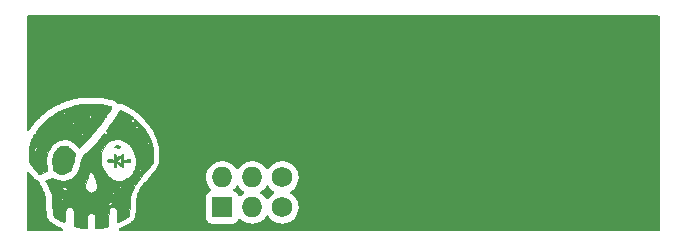
<source format=gbr>
%TF.GenerationSoftware,KiCad,Pcbnew,(6.0.7)*%
%TF.CreationDate,2022-09-05T18:43:59-05:00*%
%TF.ProjectId,Tines SAO,54696e65-7320-4534-914f-2e6b69636164,rev?*%
%TF.SameCoordinates,Original*%
%TF.FileFunction,Copper,L2,Bot*%
%TF.FilePolarity,Positive*%
%FSLAX46Y46*%
G04 Gerber Fmt 4.6, Leading zero omitted, Abs format (unit mm)*
G04 Created by KiCad (PCBNEW (6.0.7)) date 2022-09-05 18:43:59*
%MOMM*%
%LPD*%
G01*
G04 APERTURE LIST*
%TA.AperFunction,EtchedComponent*%
%ADD10C,0.010000*%
%TD*%
%TA.AperFunction,ComponentPad*%
%ADD11O,1.727200X1.727200*%
%TD*%
%TA.AperFunction,ComponentPad*%
%ADD12R,1.727200X1.727200*%
%TD*%
%TA.AperFunction,ComponentPad*%
%ADD13C,1.727200*%
%TD*%
G04 APERTURE END LIST*
%TO.C,G\u002A\u002A\u002A*%
G36*
X132295640Y-105140945D02*
G01*
X132203527Y-105269096D01*
X132159829Y-105329892D01*
X132113397Y-105394491D01*
X132057270Y-105470342D01*
X131945108Y-105621920D01*
X131918202Y-105658282D01*
X131886897Y-105699405D01*
X131754535Y-105873285D01*
X131715893Y-105924048D01*
X131599528Y-106072354D01*
X131568706Y-106111637D01*
X131512305Y-106183520D01*
X131475620Y-106228662D01*
X131364474Y-106365431D01*
X131313277Y-106428431D01*
X131280974Y-106466722D01*
X131247803Y-106506043D01*
X131217309Y-106540936D01*
X131109473Y-106664333D01*
X130952178Y-106838846D01*
X130784806Y-107020277D01*
X130616249Y-107199324D01*
X130455393Y-107366680D01*
X130311130Y-107513043D01*
X130192348Y-107629107D01*
X130107936Y-107705568D01*
X130066783Y-107733123D01*
X130058811Y-107730446D01*
X130004049Y-107688423D01*
X129916658Y-107605990D01*
X129811470Y-107496870D01*
X129799815Y-107484401D01*
X129667477Y-107354975D01*
X129529161Y-107237112D01*
X129412994Y-107154947D01*
X129338083Y-107113517D01*
X129253779Y-107079255D01*
X129157852Y-107059864D01*
X129028139Y-107051240D01*
X128842477Y-107049277D01*
X128670443Y-107050797D01*
X128536375Y-107058715D01*
X128435441Y-107077600D01*
X128344165Y-107112010D01*
X128239075Y-107166508D01*
X128142694Y-107225980D01*
X127982904Y-107343489D01*
X127887307Y-107427560D01*
X127844872Y-107464879D01*
X127810263Y-107503989D01*
X127697519Y-107631397D01*
X127500568Y-107938252D01*
X127382974Y-108221585D01*
X127360007Y-108276924D01*
X127280018Y-108632557D01*
X127264780Y-108990293D01*
X127288066Y-109139892D01*
X127318477Y-109335277D01*
X127335576Y-109399436D01*
X127365615Y-109534291D01*
X127363980Y-109626239D01*
X127321192Y-109694902D01*
X127227774Y-109759899D01*
X127074246Y-109840851D01*
X126878429Y-109934858D01*
X126740804Y-109986121D01*
X126660629Y-109994232D01*
X126634631Y-109960080D01*
X126619608Y-109931576D01*
X126560222Y-109854850D01*
X126466184Y-109745884D01*
X126348761Y-109618156D01*
X126265728Y-109529010D01*
X126142257Y-109391745D01*
X126040880Y-109273497D01*
X125977763Y-109192802D01*
X125947889Y-109139892D01*
X126126631Y-109139892D01*
X126127766Y-109149233D01*
X126165708Y-109178969D01*
X126175048Y-109177834D01*
X126204784Y-109139892D01*
X126203649Y-109130552D01*
X126165708Y-109100816D01*
X126156367Y-109101951D01*
X126126631Y-109139892D01*
X125947889Y-109139892D01*
X125910715Y-109074052D01*
X125829873Y-108829832D01*
X125787532Y-108535118D01*
X125786129Y-108221585D01*
X125931246Y-108221585D01*
X125950784Y-108241123D01*
X125970323Y-108221585D01*
X125950784Y-108202046D01*
X125931246Y-108221585D01*
X125786129Y-108221585D01*
X125786042Y-108202046D01*
X125791582Y-108121205D01*
X125804875Y-107992364D01*
X126055389Y-107992364D01*
X126087554Y-108006662D01*
X126108241Y-108003842D01*
X126113605Y-107980610D01*
X126107878Y-107975934D01*
X126061502Y-107980610D01*
X126055389Y-107992364D01*
X125804875Y-107992364D01*
X125811825Y-107925002D01*
X126204784Y-107925002D01*
X126210685Y-107971983D01*
X126219687Y-107980610D01*
X126250462Y-108010107D01*
X126322315Y-107986866D01*
X126419873Y-107905266D01*
X126536768Y-107768312D01*
X126544726Y-107757802D01*
X126635056Y-107629399D01*
X126682923Y-107543012D01*
X126687523Y-107503989D01*
X126648051Y-107517680D01*
X126563700Y-107589434D01*
X126544288Y-107607519D01*
X126467409Y-107669611D01*
X126417569Y-107695346D01*
X126383135Y-107704260D01*
X126302887Y-107761261D01*
X126234019Y-107845006D01*
X126204784Y-107925002D01*
X125811825Y-107925002D01*
X125812105Y-107922289D01*
X125840570Y-107725663D01*
X125873956Y-107546434D01*
X125894844Y-107459585D01*
X126439246Y-107459585D01*
X126440474Y-107483558D01*
X126458599Y-107493706D01*
X126517400Y-107459585D01*
X126524885Y-107454689D01*
X126552882Y-107427560D01*
X126507631Y-107421106D01*
X126471466Y-107426741D01*
X126439246Y-107459585D01*
X125894844Y-107459585D01*
X125909245Y-107399709D01*
X125943417Y-107300595D01*
X125973455Y-107264200D01*
X125996454Y-107242662D01*
X126009400Y-107171758D01*
X126010096Y-107161162D01*
X126033343Y-107072419D01*
X126082913Y-106943604D01*
X126149771Y-106798731D01*
X126195753Y-106709475D01*
X126259097Y-106602739D01*
X126304578Y-106555344D01*
X126338981Y-106558681D01*
X126390759Y-106582200D01*
X126395745Y-106576755D01*
X128708622Y-106576755D01*
X128736799Y-106574677D01*
X128759276Y-106561929D01*
X130217502Y-106561929D01*
X130219189Y-106602309D01*
X130281928Y-106650724D01*
X130339663Y-106684946D01*
X130381577Y-106683105D01*
X130415959Y-106623870D01*
X130421318Y-106611679D01*
X130433327Y-106540936D01*
X130386090Y-106491777D01*
X130381187Y-106488777D01*
X130315427Y-106471590D01*
X130252058Y-106518631D01*
X130217502Y-106561929D01*
X128759276Y-106561929D01*
X128800609Y-106538486D01*
X128845142Y-106499050D01*
X128859101Y-106466722D01*
X128830923Y-106468800D01*
X128767114Y-106504991D01*
X128722581Y-106544428D01*
X128708622Y-106576755D01*
X126395745Y-106576755D01*
X126421922Y-106548171D01*
X126415240Y-106459235D01*
X126414488Y-106455928D01*
X126431249Y-106360283D01*
X126439920Y-106345107D01*
X126877441Y-106345107D01*
X126882118Y-106391482D01*
X126893871Y-106397596D01*
X126908169Y-106365431D01*
X126905349Y-106344744D01*
X126882118Y-106339380D01*
X126877441Y-106345107D01*
X126439920Y-106345107D01*
X126510804Y-106221051D01*
X126551363Y-106168963D01*
X128906906Y-106168963D01*
X128936660Y-106224433D01*
X128985511Y-106271971D01*
X129038746Y-106276392D01*
X129065185Y-106228662D01*
X131167554Y-106228662D01*
X131187092Y-106248200D01*
X131206631Y-106228662D01*
X131187092Y-106209123D01*
X131167554Y-106228662D01*
X129065185Y-106228662D01*
X129078187Y-106205190D01*
X129080433Y-106197745D01*
X129082643Y-106111637D01*
X129037310Y-106077384D01*
X128959082Y-106107056D01*
X128939589Y-106121995D01*
X128906906Y-106168963D01*
X126551363Y-106168963D01*
X126626590Y-106072354D01*
X126673708Y-106072354D01*
X126693246Y-106091892D01*
X126712784Y-106072354D01*
X126693246Y-106052816D01*
X126673708Y-106072354D01*
X126626590Y-106072354D01*
X126652103Y-106039589D01*
X126759581Y-105921287D01*
X128400004Y-105921287D01*
X128432169Y-105935585D01*
X128452856Y-105932765D01*
X128456169Y-105918417D01*
X129260279Y-105918417D01*
X129268586Y-105931654D01*
X129330938Y-105896508D01*
X129358423Y-105873285D01*
X129343014Y-105858029D01*
X129329392Y-105859355D01*
X129272323Y-105896508D01*
X129265162Y-105909533D01*
X129260279Y-105918417D01*
X128456169Y-105918417D01*
X128458220Y-105909533D01*
X128452493Y-105904857D01*
X128406118Y-105909533D01*
X128400004Y-105921287D01*
X126759581Y-105921287D01*
X126854094Y-105817255D01*
X126956726Y-105714536D01*
X130715156Y-105714536D01*
X130731603Y-105755965D01*
X130748768Y-105762127D01*
X130797536Y-105738238D01*
X130810291Y-105699405D01*
X130786187Y-105667166D01*
X130733651Y-105689549D01*
X130715156Y-105714536D01*
X126956726Y-105714536D01*
X127005057Y-105666164D01*
X129455584Y-105666164D01*
X129482053Y-105705021D01*
X129547044Y-105710128D01*
X129623552Y-105677091D01*
X129631213Y-105671378D01*
X129673471Y-105621920D01*
X129650147Y-105574855D01*
X129585870Y-105553616D01*
X129509909Y-105582621D01*
X129458613Y-105650254D01*
X129455584Y-105666164D01*
X127005057Y-105666164D01*
X127115724Y-105555404D01*
X127154478Y-105519573D01*
X131265368Y-105519573D01*
X131283163Y-105563352D01*
X131309002Y-105567183D01*
X131348503Y-105526069D01*
X131361043Y-105470342D01*
X131340142Y-105443138D01*
X131288455Y-105481777D01*
X131265368Y-105519573D01*
X127154478Y-105519573D01*
X127282973Y-105400768D01*
X127372179Y-105329892D01*
X131362938Y-105329892D01*
X131382477Y-105349431D01*
X131402015Y-105329892D01*
X131382477Y-105310354D01*
X131362938Y-105329892D01*
X127372179Y-105329892D01*
X127470545Y-105251739D01*
X128158631Y-105251739D01*
X128159765Y-105267311D01*
X128192023Y-105309137D01*
X128248748Y-105285365D01*
X128258649Y-105269096D01*
X128246429Y-105218979D01*
X128195401Y-105193123D01*
X128178508Y-105199718D01*
X128158631Y-105251739D01*
X127470545Y-105251739D01*
X127593025Y-105154427D01*
X130867132Y-105154427D01*
X130899750Y-105197494D01*
X130959578Y-105223980D01*
X131048555Y-105223695D01*
X131103531Y-105173585D01*
X131115420Y-105121090D01*
X131093767Y-105042766D01*
X131088756Y-105039469D01*
X131655650Y-105039469D01*
X131672829Y-105079015D01*
X131730059Y-105088489D01*
X131800086Y-105060470D01*
X131805472Y-105056459D01*
X131841551Y-105008724D01*
X131813362Y-104947153D01*
X131808329Y-104940453D01*
X131765579Y-104907022D01*
X131721540Y-104932198D01*
X131662324Y-105022952D01*
X131655650Y-105039469D01*
X131088756Y-105039469D01*
X131033401Y-105003047D01*
X130958028Y-105012292D01*
X130891356Y-105080862D01*
X130889935Y-105083533D01*
X130867132Y-105154427D01*
X127593025Y-105154427D01*
X127744034Y-105034448D01*
X128089722Y-104814156D01*
X128674350Y-104814156D01*
X128700468Y-104884860D01*
X128757114Y-104897907D01*
X128840047Y-104838469D01*
X128860944Y-104814759D01*
X128879710Y-104763277D01*
X132027246Y-104763277D01*
X132027694Y-104772120D01*
X132044478Y-104802354D01*
X132050747Y-104800556D01*
X132085861Y-104763277D01*
X132091967Y-104748140D01*
X132068629Y-104724200D01*
X132057287Y-104725702D01*
X132041297Y-104745702D01*
X132027246Y-104763277D01*
X128879710Y-104763277D01*
X128886117Y-104745702D01*
X128846521Y-104706469D01*
X128751829Y-104711035D01*
X128691522Y-104742051D01*
X128674350Y-104814156D01*
X128089722Y-104814156D01*
X128239315Y-104718827D01*
X128753816Y-104462809D01*
X129272538Y-104275296D01*
X129524992Y-104203580D01*
X129745270Y-104147045D01*
X129943245Y-104105706D01*
X130139007Y-104076595D01*
X130352647Y-104056747D01*
X130604258Y-104043196D01*
X130913930Y-104032975D01*
X130950234Y-104031978D01*
X131216279Y-104025509D01*
X131424234Y-104023271D01*
X131591983Y-104026384D01*
X131737409Y-104035971D01*
X131878396Y-104053151D01*
X132032826Y-104079048D01*
X132218582Y-104114781D01*
X132338640Y-104138621D01*
X132529231Y-104177601D01*
X132659909Y-104207438D01*
X132741939Y-104231855D01*
X132786585Y-104254572D01*
X132805112Y-104279313D01*
X132808785Y-104309799D01*
X132808289Y-104316294D01*
X132778357Y-104394584D01*
X132706290Y-104524463D01*
X132597923Y-104697663D01*
X132564272Y-104748140D01*
X132459094Y-104905913D01*
X132387593Y-105008724D01*
X132309448Y-105121090D01*
X132295640Y-105140945D01*
G37*
D10*
X132295640Y-105140945D02*
X132203527Y-105269096D01*
X132159829Y-105329892D01*
X132113397Y-105394491D01*
X132057270Y-105470342D01*
X131945108Y-105621920D01*
X131918202Y-105658282D01*
X131886897Y-105699405D01*
X131754535Y-105873285D01*
X131715893Y-105924048D01*
X131599528Y-106072354D01*
X131568706Y-106111637D01*
X131512305Y-106183520D01*
X131475620Y-106228662D01*
X131364474Y-106365431D01*
X131313277Y-106428431D01*
X131280974Y-106466722D01*
X131247803Y-106506043D01*
X131217309Y-106540936D01*
X131109473Y-106664333D01*
X130952178Y-106838846D01*
X130784806Y-107020277D01*
X130616249Y-107199324D01*
X130455393Y-107366680D01*
X130311130Y-107513043D01*
X130192348Y-107629107D01*
X130107936Y-107705568D01*
X130066783Y-107733123D01*
X130058811Y-107730446D01*
X130004049Y-107688423D01*
X129916658Y-107605990D01*
X129811470Y-107496870D01*
X129799815Y-107484401D01*
X129667477Y-107354975D01*
X129529161Y-107237112D01*
X129412994Y-107154947D01*
X129338083Y-107113517D01*
X129253779Y-107079255D01*
X129157852Y-107059864D01*
X129028139Y-107051240D01*
X128842477Y-107049277D01*
X128670443Y-107050797D01*
X128536375Y-107058715D01*
X128435441Y-107077600D01*
X128344165Y-107112010D01*
X128239075Y-107166508D01*
X128142694Y-107225980D01*
X127982904Y-107343489D01*
X127887307Y-107427560D01*
X127844872Y-107464879D01*
X127810263Y-107503989D01*
X127697519Y-107631397D01*
X127500568Y-107938252D01*
X127382974Y-108221585D01*
X127360007Y-108276924D01*
X127280018Y-108632557D01*
X127264780Y-108990293D01*
X127288066Y-109139892D01*
X127318477Y-109335277D01*
X127335576Y-109399436D01*
X127365615Y-109534291D01*
X127363980Y-109626239D01*
X127321192Y-109694902D01*
X127227774Y-109759899D01*
X127074246Y-109840851D01*
X126878429Y-109934858D01*
X126740804Y-109986121D01*
X126660629Y-109994232D01*
X126634631Y-109960080D01*
X126619608Y-109931576D01*
X126560222Y-109854850D01*
X126466184Y-109745884D01*
X126348761Y-109618156D01*
X126265728Y-109529010D01*
X126142257Y-109391745D01*
X126040880Y-109273497D01*
X125977763Y-109192802D01*
X125947889Y-109139892D01*
X126126631Y-109139892D01*
X126127766Y-109149233D01*
X126165708Y-109178969D01*
X126175048Y-109177834D01*
X126204784Y-109139892D01*
X126203649Y-109130552D01*
X126165708Y-109100816D01*
X126156367Y-109101951D01*
X126126631Y-109139892D01*
X125947889Y-109139892D01*
X125910715Y-109074052D01*
X125829873Y-108829832D01*
X125787532Y-108535118D01*
X125786129Y-108221585D01*
X125931246Y-108221585D01*
X125950784Y-108241123D01*
X125970323Y-108221585D01*
X125950784Y-108202046D01*
X125931246Y-108221585D01*
X125786129Y-108221585D01*
X125786042Y-108202046D01*
X125791582Y-108121205D01*
X125804875Y-107992364D01*
X126055389Y-107992364D01*
X126087554Y-108006662D01*
X126108241Y-108003842D01*
X126113605Y-107980610D01*
X126107878Y-107975934D01*
X126061502Y-107980610D01*
X126055389Y-107992364D01*
X125804875Y-107992364D01*
X125811825Y-107925002D01*
X126204784Y-107925002D01*
X126210685Y-107971983D01*
X126219687Y-107980610D01*
X126250462Y-108010107D01*
X126322315Y-107986866D01*
X126419873Y-107905266D01*
X126536768Y-107768312D01*
X126544726Y-107757802D01*
X126635056Y-107629399D01*
X126682923Y-107543012D01*
X126687523Y-107503989D01*
X126648051Y-107517680D01*
X126563700Y-107589434D01*
X126544288Y-107607519D01*
X126467409Y-107669611D01*
X126417569Y-107695346D01*
X126383135Y-107704260D01*
X126302887Y-107761261D01*
X126234019Y-107845006D01*
X126204784Y-107925002D01*
X125811825Y-107925002D01*
X125812105Y-107922289D01*
X125840570Y-107725663D01*
X125873956Y-107546434D01*
X125894844Y-107459585D01*
X126439246Y-107459585D01*
X126440474Y-107483558D01*
X126458599Y-107493706D01*
X126517400Y-107459585D01*
X126524885Y-107454689D01*
X126552882Y-107427560D01*
X126507631Y-107421106D01*
X126471466Y-107426741D01*
X126439246Y-107459585D01*
X125894844Y-107459585D01*
X125909245Y-107399709D01*
X125943417Y-107300595D01*
X125973455Y-107264200D01*
X125996454Y-107242662D01*
X126009400Y-107171758D01*
X126010096Y-107161162D01*
X126033343Y-107072419D01*
X126082913Y-106943604D01*
X126149771Y-106798731D01*
X126195753Y-106709475D01*
X126259097Y-106602739D01*
X126304578Y-106555344D01*
X126338981Y-106558681D01*
X126390759Y-106582200D01*
X126395745Y-106576755D01*
X128708622Y-106576755D01*
X128736799Y-106574677D01*
X128759276Y-106561929D01*
X130217502Y-106561929D01*
X130219189Y-106602309D01*
X130281928Y-106650724D01*
X130339663Y-106684946D01*
X130381577Y-106683105D01*
X130415959Y-106623870D01*
X130421318Y-106611679D01*
X130433327Y-106540936D01*
X130386090Y-106491777D01*
X130381187Y-106488777D01*
X130315427Y-106471590D01*
X130252058Y-106518631D01*
X130217502Y-106561929D01*
X128759276Y-106561929D01*
X128800609Y-106538486D01*
X128845142Y-106499050D01*
X128859101Y-106466722D01*
X128830923Y-106468800D01*
X128767114Y-106504991D01*
X128722581Y-106544428D01*
X128708622Y-106576755D01*
X126395745Y-106576755D01*
X126421922Y-106548171D01*
X126415240Y-106459235D01*
X126414488Y-106455928D01*
X126431249Y-106360283D01*
X126439920Y-106345107D01*
X126877441Y-106345107D01*
X126882118Y-106391482D01*
X126893871Y-106397596D01*
X126908169Y-106365431D01*
X126905349Y-106344744D01*
X126882118Y-106339380D01*
X126877441Y-106345107D01*
X126439920Y-106345107D01*
X126510804Y-106221051D01*
X126551363Y-106168963D01*
X128906906Y-106168963D01*
X128936660Y-106224433D01*
X128985511Y-106271971D01*
X129038746Y-106276392D01*
X129065185Y-106228662D01*
X131167554Y-106228662D01*
X131187092Y-106248200D01*
X131206631Y-106228662D01*
X131187092Y-106209123D01*
X131167554Y-106228662D01*
X129065185Y-106228662D01*
X129078187Y-106205190D01*
X129080433Y-106197745D01*
X129082643Y-106111637D01*
X129037310Y-106077384D01*
X128959082Y-106107056D01*
X128939589Y-106121995D01*
X128906906Y-106168963D01*
X126551363Y-106168963D01*
X126626590Y-106072354D01*
X126673708Y-106072354D01*
X126693246Y-106091892D01*
X126712784Y-106072354D01*
X126693246Y-106052816D01*
X126673708Y-106072354D01*
X126626590Y-106072354D01*
X126652103Y-106039589D01*
X126759581Y-105921287D01*
X128400004Y-105921287D01*
X128432169Y-105935585D01*
X128452856Y-105932765D01*
X128456169Y-105918417D01*
X129260279Y-105918417D01*
X129268586Y-105931654D01*
X129330938Y-105896508D01*
X129358423Y-105873285D01*
X129343014Y-105858029D01*
X129329392Y-105859355D01*
X129272323Y-105896508D01*
X129265162Y-105909533D01*
X129260279Y-105918417D01*
X128456169Y-105918417D01*
X128458220Y-105909533D01*
X128452493Y-105904857D01*
X128406118Y-105909533D01*
X128400004Y-105921287D01*
X126759581Y-105921287D01*
X126854094Y-105817255D01*
X126956726Y-105714536D01*
X130715156Y-105714536D01*
X130731603Y-105755965D01*
X130748768Y-105762127D01*
X130797536Y-105738238D01*
X130810291Y-105699405D01*
X130786187Y-105667166D01*
X130733651Y-105689549D01*
X130715156Y-105714536D01*
X126956726Y-105714536D01*
X127005057Y-105666164D01*
X129455584Y-105666164D01*
X129482053Y-105705021D01*
X129547044Y-105710128D01*
X129623552Y-105677091D01*
X129631213Y-105671378D01*
X129673471Y-105621920D01*
X129650147Y-105574855D01*
X129585870Y-105553616D01*
X129509909Y-105582621D01*
X129458613Y-105650254D01*
X129455584Y-105666164D01*
X127005057Y-105666164D01*
X127115724Y-105555404D01*
X127154478Y-105519573D01*
X131265368Y-105519573D01*
X131283163Y-105563352D01*
X131309002Y-105567183D01*
X131348503Y-105526069D01*
X131361043Y-105470342D01*
X131340142Y-105443138D01*
X131288455Y-105481777D01*
X131265368Y-105519573D01*
X127154478Y-105519573D01*
X127282973Y-105400768D01*
X127372179Y-105329892D01*
X131362938Y-105329892D01*
X131382477Y-105349431D01*
X131402015Y-105329892D01*
X131382477Y-105310354D01*
X131362938Y-105329892D01*
X127372179Y-105329892D01*
X127470545Y-105251739D01*
X128158631Y-105251739D01*
X128159765Y-105267311D01*
X128192023Y-105309137D01*
X128248748Y-105285365D01*
X128258649Y-105269096D01*
X128246429Y-105218979D01*
X128195401Y-105193123D01*
X128178508Y-105199718D01*
X128158631Y-105251739D01*
X127470545Y-105251739D01*
X127593025Y-105154427D01*
X130867132Y-105154427D01*
X130899750Y-105197494D01*
X130959578Y-105223980D01*
X131048555Y-105223695D01*
X131103531Y-105173585D01*
X131115420Y-105121090D01*
X131093767Y-105042766D01*
X131088756Y-105039469D01*
X131655650Y-105039469D01*
X131672829Y-105079015D01*
X131730059Y-105088489D01*
X131800086Y-105060470D01*
X131805472Y-105056459D01*
X131841551Y-105008724D01*
X131813362Y-104947153D01*
X131808329Y-104940453D01*
X131765579Y-104907022D01*
X131721540Y-104932198D01*
X131662324Y-105022952D01*
X131655650Y-105039469D01*
X131088756Y-105039469D01*
X131033401Y-105003047D01*
X130958028Y-105012292D01*
X130891356Y-105080862D01*
X130889935Y-105083533D01*
X130867132Y-105154427D01*
X127593025Y-105154427D01*
X127744034Y-105034448D01*
X128089722Y-104814156D01*
X128674350Y-104814156D01*
X128700468Y-104884860D01*
X128757114Y-104897907D01*
X128840047Y-104838469D01*
X128860944Y-104814759D01*
X128879710Y-104763277D01*
X132027246Y-104763277D01*
X132027694Y-104772120D01*
X132044478Y-104802354D01*
X132050747Y-104800556D01*
X132085861Y-104763277D01*
X132091967Y-104748140D01*
X132068629Y-104724200D01*
X132057287Y-104725702D01*
X132041297Y-104745702D01*
X132027246Y-104763277D01*
X128879710Y-104763277D01*
X128886117Y-104745702D01*
X128846521Y-104706469D01*
X128751829Y-104711035D01*
X128691522Y-104742051D01*
X128674350Y-104814156D01*
X128089722Y-104814156D01*
X128239315Y-104718827D01*
X128753816Y-104462809D01*
X129272538Y-104275296D01*
X129524992Y-104203580D01*
X129745270Y-104147045D01*
X129943245Y-104105706D01*
X130139007Y-104076595D01*
X130352647Y-104056747D01*
X130604258Y-104043196D01*
X130913930Y-104032975D01*
X130950234Y-104031978D01*
X131216279Y-104025509D01*
X131424234Y-104023271D01*
X131591983Y-104026384D01*
X131737409Y-104035971D01*
X131878396Y-104053151D01*
X132032826Y-104079048D01*
X132218582Y-104114781D01*
X132338640Y-104138621D01*
X132529231Y-104177601D01*
X132659909Y-104207438D01*
X132741939Y-104231855D01*
X132786585Y-104254572D01*
X132805112Y-104279313D01*
X132808785Y-104309799D01*
X132808289Y-104316294D01*
X132778357Y-104394584D01*
X132706290Y-104524463D01*
X132597923Y-104697663D01*
X132564272Y-104748140D01*
X132459094Y-104905913D01*
X132387593Y-105008724D01*
X132309448Y-105121090D01*
X132295640Y-105140945D01*
G36*
X134407309Y-108902976D02*
G01*
X134389143Y-108933600D01*
X134336375Y-108947755D01*
X134234501Y-108950137D01*
X134069015Y-108945444D01*
X133824784Y-108937391D01*
X133824784Y-109149360D01*
X133822717Y-109233965D01*
X133813260Y-109336595D01*
X133798733Y-109387380D01*
X133782506Y-109400971D01*
X133748322Y-109408474D01*
X133695674Y-109388225D01*
X133610135Y-109333503D01*
X133477281Y-109237585D01*
X133454860Y-109221142D01*
X133341753Y-109140223D01*
X133257517Y-109083269D01*
X133218982Y-109061739D01*
X133217310Y-109062216D01*
X133204715Y-109103388D01*
X133199554Y-109190692D01*
X133199541Y-109193750D01*
X133185692Y-109296628D01*
X133153591Y-109365609D01*
X133104150Y-109393046D01*
X133052500Y-109364065D01*
X133017226Y-109273692D01*
X133004169Y-109131097D01*
X133004169Y-108936486D01*
X132744907Y-108950266D01*
X132673107Y-108953418D01*
X132552840Y-108951672D01*
X132482897Y-108934591D01*
X132444327Y-108898937D01*
X132424098Y-108848181D01*
X132426002Y-108843257D01*
X133268919Y-108843257D01*
X133380775Y-108934891D01*
X133489884Y-109021980D01*
X133568737Y-109070149D01*
X133610356Y-109059691D01*
X133626618Y-108986353D01*
X133629400Y-108845884D01*
X133628815Y-108730822D01*
X133619178Y-108644650D01*
X133586949Y-108622229D01*
X133518529Y-108657542D01*
X133400313Y-108744575D01*
X133268919Y-108843257D01*
X132426002Y-108843257D01*
X132452897Y-108773716D01*
X132462023Y-108763865D01*
X132514458Y-108735886D01*
X132604364Y-108727678D01*
X132751364Y-108736817D01*
X132999944Y-108760030D01*
X133011826Y-108529884D01*
X133017483Y-108441924D01*
X133031394Y-108351059D01*
X133057198Y-108309600D01*
X133101861Y-108299739D01*
X133146484Y-108309627D01*
X133179726Y-108359245D01*
X133199554Y-108467988D01*
X133219092Y-108636238D01*
X133463628Y-108454155D01*
X133489688Y-108434896D01*
X133632848Y-108338447D01*
X133729491Y-108298506D01*
X133788063Y-108317013D01*
X133817012Y-108395910D01*
X133824784Y-108537136D01*
X133824784Y-108757447D01*
X134391400Y-108729585D01*
X134403765Y-108837046D01*
X134404776Y-108845884D01*
X134405381Y-108851185D01*
X134407309Y-108902976D01*
G37*
X134407309Y-108902976D02*
X134389143Y-108933600D01*
X134336375Y-108947755D01*
X134234501Y-108950137D01*
X134069015Y-108945444D01*
X133824784Y-108937391D01*
X133824784Y-109149360D01*
X133822717Y-109233965D01*
X133813260Y-109336595D01*
X133798733Y-109387380D01*
X133782506Y-109400971D01*
X133748322Y-109408474D01*
X133695674Y-109388225D01*
X133610135Y-109333503D01*
X133477281Y-109237585D01*
X133454860Y-109221142D01*
X133341753Y-109140223D01*
X133257517Y-109083269D01*
X133218982Y-109061739D01*
X133217310Y-109062216D01*
X133204715Y-109103388D01*
X133199554Y-109190692D01*
X133199541Y-109193750D01*
X133185692Y-109296628D01*
X133153591Y-109365609D01*
X133104150Y-109393046D01*
X133052500Y-109364065D01*
X133017226Y-109273692D01*
X133004169Y-109131097D01*
X133004169Y-108936486D01*
X132744907Y-108950266D01*
X132673107Y-108953418D01*
X132552840Y-108951672D01*
X132482897Y-108934591D01*
X132444327Y-108898937D01*
X132424098Y-108848181D01*
X132426002Y-108843257D01*
X133268919Y-108843257D01*
X133380775Y-108934891D01*
X133489884Y-109021980D01*
X133568737Y-109070149D01*
X133610356Y-109059691D01*
X133626618Y-108986353D01*
X133629400Y-108845884D01*
X133628815Y-108730822D01*
X133619178Y-108644650D01*
X133586949Y-108622229D01*
X133518529Y-108657542D01*
X133400313Y-108744575D01*
X133268919Y-108843257D01*
X132426002Y-108843257D01*
X132452897Y-108773716D01*
X132462023Y-108763865D01*
X132514458Y-108735886D01*
X132604364Y-108727678D01*
X132751364Y-108736817D01*
X132999944Y-108760030D01*
X133011826Y-108529884D01*
X133017483Y-108441924D01*
X133031394Y-108351059D01*
X133057198Y-108309600D01*
X133101861Y-108299739D01*
X133146484Y-108309627D01*
X133179726Y-108359245D01*
X133199554Y-108467988D01*
X133219092Y-108636238D01*
X133463628Y-108454155D01*
X133489688Y-108434896D01*
X133632848Y-108338447D01*
X133729491Y-108298506D01*
X133788063Y-108317013D01*
X133817012Y-108395910D01*
X133824784Y-108537136D01*
X133824784Y-108757447D01*
X134391400Y-108729585D01*
X134403765Y-108837046D01*
X134404776Y-108845884D01*
X134405381Y-108851185D01*
X134407309Y-108902976D01*
G36*
X135535772Y-106105740D02*
G01*
X135621960Y-106224694D01*
X135761794Y-106417689D01*
X135868254Y-106599892D01*
X135932835Y-106710422D01*
X135971992Y-106793821D01*
X135978140Y-106808303D01*
X136046940Y-106970366D01*
X136126482Y-107173783D01*
X136196382Y-107367823D01*
X136198870Y-107374730D01*
X136205631Y-107394540D01*
X136260862Y-107561145D01*
X136298720Y-107694299D01*
X136322549Y-107816323D01*
X136333618Y-107928508D01*
X136335692Y-107949536D01*
X136338360Y-108026200D01*
X136341494Y-108116261D01*
X136343297Y-108338816D01*
X136343575Y-108418751D01*
X136342548Y-108584918D01*
X136340346Y-108629348D01*
X136335477Y-108727645D01*
X136318704Y-108848636D01*
X136317802Y-108855143D01*
X136284966Y-108975623D01*
X136232409Y-109097296D01*
X136155572Y-109228373D01*
X136093481Y-109315739D01*
X136049898Y-109377065D01*
X136010537Y-109426457D01*
X135910826Y-109551583D01*
X135761662Y-109727309D01*
X135733797Y-109760137D01*
X135514254Y-110010940D01*
X135247637Y-110312200D01*
X135209474Y-110355510D01*
X135029296Y-110570660D01*
X134998353Y-110607609D01*
X134928700Y-110702969D01*
X134842317Y-110821234D01*
X134833867Y-110832803D01*
X134704120Y-111050709D01*
X134675334Y-111112704D01*
X134597219Y-111280944D01*
X134501268Y-111543123D01*
X134494791Y-111562662D01*
X134494569Y-111563334D01*
X134463126Y-111660354D01*
X134445214Y-111715626D01*
X134438638Y-111738508D01*
X134409198Y-111840960D01*
X134384094Y-111956853D01*
X134367473Y-112080821D01*
X134364050Y-112129277D01*
X134357976Y-112215280D01*
X134356910Y-112230383D01*
X134351233Y-112388124D01*
X134349977Y-112423055D01*
X134344246Y-112676354D01*
X134344142Y-112680755D01*
X134343947Y-112689016D01*
X134339486Y-112878334D01*
X134333041Y-113090908D01*
X134326115Y-113268119D01*
X134319275Y-113395706D01*
X134313089Y-113459409D01*
X134310580Y-113466108D01*
X134260352Y-113520160D01*
X134159083Y-113598787D01*
X134022120Y-113692292D01*
X133864808Y-113790977D01*
X133702495Y-113885144D01*
X133550525Y-113965094D01*
X133424246Y-114021129D01*
X133316784Y-114061650D01*
X133316784Y-113589831D01*
X133316198Y-113500100D01*
X133304045Y-113238365D01*
X133272983Y-113043683D01*
X133218814Y-112908362D01*
X133137339Y-112824709D01*
X133024359Y-112785033D01*
X132875676Y-112781642D01*
X132855417Y-112783222D01*
X132754954Y-112801338D01*
X132692631Y-112848508D01*
X132636206Y-112946996D01*
X132624486Y-112972612D01*
X132597395Y-113052494D01*
X132576916Y-113156147D01*
X132561384Y-113297166D01*
X132549138Y-113489148D01*
X132538513Y-113745687D01*
X132515708Y-114390967D01*
X132378938Y-114426713D01*
X132305605Y-114445074D01*
X132160940Y-114479317D01*
X132007708Y-114513915D01*
X131904703Y-114533994D01*
X131742093Y-114557879D01*
X131610916Y-114568478D01*
X131448587Y-114571585D01*
X131435070Y-114032459D01*
X131428680Y-113831401D01*
X131418430Y-113655855D01*
X131403530Y-113532748D01*
X131382203Y-113448196D01*
X131352675Y-113388311D01*
X131293726Y-113319686D01*
X131171078Y-113254660D01*
X131035885Y-113253648D01*
X130906078Y-113315062D01*
X130799588Y-113437312D01*
X130798256Y-113439603D01*
X130764613Y-113508444D01*
X130742053Y-113588384D01*
X130728426Y-113696174D01*
X130721582Y-113848571D01*
X130719370Y-114062328D01*
X130718169Y-114552046D01*
X130561861Y-114562013D01*
X130509932Y-114561678D01*
X130372460Y-114548077D01*
X130198939Y-114520927D01*
X130014784Y-114483859D01*
X129624015Y-114395739D01*
X129623146Y-113750969D01*
X129622384Y-113575140D01*
X129618832Y-113370353D01*
X129611313Y-113221481D01*
X129598621Y-113115239D01*
X129579549Y-113038347D01*
X129552890Y-112977521D01*
X129526793Y-112942898D01*
X132105400Y-112942898D01*
X132105401Y-112943337D01*
X132127900Y-112969336D01*
X132192035Y-112934115D01*
X132293806Y-112839862D01*
X132332125Y-112798135D01*
X132386301Y-112726717D01*
X132398113Y-112689016D01*
X132393724Y-112687413D01*
X132347703Y-112709412D01*
X132274195Y-112764752D01*
X132194864Y-112834641D01*
X132131377Y-112900287D01*
X132105400Y-112942898D01*
X129526793Y-112942898D01*
X129482103Y-112883609D01*
X129355851Y-112802354D01*
X129213691Y-112776935D01*
X129110157Y-112801750D01*
X129076104Y-112809912D01*
X128963571Y-112903848D01*
X128948566Y-112925193D01*
X128918761Y-112982374D01*
X128898074Y-113057203D01*
X128884229Y-113164808D01*
X128874947Y-113320314D01*
X128867950Y-113538848D01*
X128859887Y-113760296D01*
X128847399Y-113931232D01*
X128830685Y-114031105D01*
X128809335Y-114063579D01*
X128808106Y-114063508D01*
X128754775Y-114043136D01*
X128649302Y-113991691D01*
X128506385Y-113916643D01*
X128340724Y-113825461D01*
X128245694Y-113771383D01*
X128082271Y-113672592D01*
X127972293Y-113594399D01*
X127903995Y-113527854D01*
X127865610Y-113464005D01*
X127864919Y-113462326D01*
X127842171Y-113368339D01*
X127826475Y-113212941D01*
X127817465Y-112990627D01*
X127815557Y-112781373D01*
X128441124Y-112781373D01*
X128449948Y-112800657D01*
X128503449Y-112841833D01*
X128561611Y-112826963D01*
X128581295Y-112801750D01*
X128577362Y-112753874D01*
X128507067Y-112734969D01*
X128460386Y-112744502D01*
X128441124Y-112781373D01*
X127815557Y-112781373D01*
X127814777Y-112695892D01*
X129370015Y-112695892D01*
X129370463Y-112704736D01*
X129387248Y-112734969D01*
X129393516Y-112733171D01*
X129428631Y-112695892D01*
X129434737Y-112680755D01*
X129411398Y-112656816D01*
X129400056Y-112658317D01*
X129370015Y-112695892D01*
X127814777Y-112695892D01*
X127813284Y-112525892D01*
X132186739Y-112525892D01*
X132201485Y-112576062D01*
X132221753Y-112595741D01*
X132293321Y-112616496D01*
X132319092Y-112615079D01*
X132333004Y-112600642D01*
X132284099Y-112558284D01*
X132271695Y-112550988D01*
X132526660Y-112550988D01*
X132568747Y-112600642D01*
X132591011Y-112626909D01*
X132621835Y-112645578D01*
X132659836Y-112648340D01*
X132711709Y-112615848D01*
X132799015Y-112538990D01*
X132885388Y-112451920D01*
X132918708Y-112388124D01*
X132884597Y-112354193D01*
X132782554Y-112344200D01*
X132691394Y-112354264D01*
X132586591Y-112400290D01*
X132552206Y-112441892D01*
X132528433Y-112470656D01*
X132526660Y-112550988D01*
X132271695Y-112550988D01*
X132223185Y-112522455D01*
X132186739Y-112525892D01*
X127813284Y-112525892D01*
X127812706Y-112460087D01*
X127811872Y-112441892D01*
X129330938Y-112441892D01*
X129350477Y-112461431D01*
X129370015Y-112441892D01*
X129350477Y-112422354D01*
X129330938Y-112441892D01*
X127811872Y-112441892D01*
X127796687Y-112110653D01*
X127791847Y-112069684D01*
X128554737Y-112069684D01*
X128563912Y-112124768D01*
X128627554Y-112148816D01*
X128672979Y-112156143D01*
X128705708Y-112187892D01*
X128706843Y-112197233D01*
X128744784Y-112226969D01*
X128762040Y-112226551D01*
X128780031Y-112215280D01*
X128773241Y-112172492D01*
X128758713Y-112129277D01*
X133238631Y-112129277D01*
X133258169Y-112148816D01*
X133277708Y-112129277D01*
X133258169Y-112109739D01*
X133238631Y-112129277D01*
X128758713Y-112129277D01*
X128741159Y-112077058D01*
X128715812Y-112014113D01*
X128678975Y-111978030D01*
X128623928Y-111994448D01*
X128600630Y-112009155D01*
X128554737Y-112069684D01*
X127791847Y-112069684D01*
X127761248Y-111810654D01*
X127745331Y-111738508D01*
X128744784Y-111738508D01*
X128764323Y-111758046D01*
X128783861Y-111738508D01*
X133746631Y-111738508D01*
X133766169Y-111758046D01*
X133785708Y-111738508D01*
X133766169Y-111718969D01*
X133746631Y-111738508D01*
X128783861Y-111738508D01*
X128764323Y-111718969D01*
X128744784Y-111738508D01*
X127745331Y-111738508D01*
X127737218Y-111701737D01*
X132222631Y-111701737D01*
X132223647Y-111705637D01*
X132261708Y-111718969D01*
X132272418Y-111717379D01*
X132300784Y-111677586D01*
X132297716Y-111663452D01*
X132261708Y-111660354D01*
X132250013Y-111668374D01*
X132222631Y-111701737D01*
X127737218Y-111701737D01*
X127718706Y-111617828D01*
X132816487Y-111617828D01*
X132845656Y-111662129D01*
X132908557Y-111673274D01*
X132948944Y-111660354D01*
X133629400Y-111660354D01*
X133648938Y-111679892D01*
X133668477Y-111660354D01*
X133648938Y-111640816D01*
X133629400Y-111660354D01*
X132948944Y-111660354D01*
X132975377Y-111651898D01*
X133016302Y-111598640D01*
X133022596Y-111567416D01*
X133011287Y-111542338D01*
X133794056Y-111542338D01*
X133796586Y-111567416D01*
X133798733Y-111588713D01*
X133810487Y-111594826D01*
X133824784Y-111562662D01*
X133821964Y-111541974D01*
X133798733Y-111536610D01*
X133794056Y-111542338D01*
X133011287Y-111542338D01*
X133006360Y-111531413D01*
X132933062Y-111531053D01*
X132860574Y-111554534D01*
X132817683Y-111602885D01*
X132816487Y-111617828D01*
X127718706Y-111617828D01*
X127702122Y-111542662D01*
X127615042Y-111289246D01*
X127545590Y-111140058D01*
X128578352Y-111140058D01*
X128657362Y-111219069D01*
X128670144Y-111230562D01*
X128770340Y-111288292D01*
X128892542Y-111326637D01*
X128987337Y-111340043D01*
X129032423Y-111330733D01*
X129036507Y-111292851D01*
X129031326Y-111263588D01*
X129021313Y-111182562D01*
X128993440Y-111132820D01*
X128923608Y-111072558D01*
X128868683Y-111042592D01*
X130550816Y-111042592D01*
X130586241Y-111183190D01*
X130655918Y-111292851D01*
X130667434Y-111310977D01*
X130795687Y-111439630D01*
X130917350Y-111520334D01*
X131087166Y-111563413D01*
X131253959Y-111537253D01*
X131402867Y-111444935D01*
X131519031Y-111289545D01*
X131564422Y-111179757D01*
X131591264Y-111015635D01*
X132438532Y-111015635D01*
X132444427Y-111078020D01*
X132448316Y-111086364D01*
X132493903Y-111124729D01*
X132548114Y-111130709D01*
X132574323Y-111098523D01*
X132573825Y-111092371D01*
X132549474Y-111051374D01*
X133434015Y-111051374D01*
X133453374Y-111098523D01*
X133458917Y-111112024D01*
X133531883Y-111166680D01*
X133619631Y-111180975D01*
X133690222Y-111157606D01*
X133697992Y-111112704D01*
X133635051Y-111040237D01*
X133612499Y-111023687D01*
X133534845Y-110999348D01*
X133464599Y-111009173D01*
X133434015Y-111051374D01*
X132549474Y-111051374D01*
X132543272Y-111040933D01*
X132489498Y-111001521D01*
X132446420Y-111000206D01*
X132443410Y-111006093D01*
X132438532Y-111015635D01*
X131591264Y-111015635D01*
X131592825Y-111006093D01*
X131585287Y-110929750D01*
X132652718Y-110929750D01*
X132680256Y-110937431D01*
X132715146Y-110923910D01*
X132774692Y-110869046D01*
X132800785Y-110834838D01*
X132803313Y-110821234D01*
X132750169Y-110857989D01*
X132696446Y-110897190D01*
X132655733Y-110926373D01*
X132652718Y-110929750D01*
X131585287Y-110929750D01*
X131573113Y-110806443D01*
X131538410Y-110682645D01*
X134614672Y-110682645D01*
X134619349Y-110729021D01*
X134631102Y-110735134D01*
X134645400Y-110702969D01*
X134642580Y-110682282D01*
X134619349Y-110676918D01*
X134614672Y-110682645D01*
X131538410Y-110682645D01*
X131510598Y-110583432D01*
X132144477Y-110583432D01*
X132148511Y-110605075D01*
X132188007Y-110644682D01*
X132236719Y-110636779D01*
X132247328Y-110624612D01*
X132256985Y-110570660D01*
X132203092Y-110546662D01*
X132176162Y-110550799D01*
X132144477Y-110583432D01*
X131510598Y-110583432D01*
X131504948Y-110563275D01*
X131402680Y-110285902D01*
X131352546Y-110175431D01*
X131949092Y-110175431D01*
X131968631Y-110194969D01*
X131988169Y-110175431D01*
X131968631Y-110155892D01*
X131949092Y-110175431D01*
X131352546Y-110175431D01*
X131300764Y-110061327D01*
X131205039Y-109909091D01*
X131113781Y-109826491D01*
X131025266Y-109810821D01*
X131019968Y-109811929D01*
X130982456Y-109827652D01*
X130946102Y-109863749D01*
X130905280Y-109930815D01*
X130854363Y-110039446D01*
X130787724Y-110200237D01*
X130699735Y-110423783D01*
X130612099Y-110668254D01*
X130559866Y-110875505D01*
X130555453Y-110956969D01*
X130550816Y-111042592D01*
X128868683Y-111042592D01*
X128855701Y-111035509D01*
X128793642Y-111035194D01*
X128703623Y-111075278D01*
X128578352Y-111140058D01*
X127545590Y-111140058D01*
X127495740Y-111032976D01*
X127452923Y-110956969D01*
X128705708Y-110956969D01*
X128725246Y-110976508D01*
X128744784Y-110956969D01*
X128725246Y-110937431D01*
X128705708Y-110956969D01*
X127452923Y-110956969D01*
X127339950Y-110756423D01*
X127219653Y-110555876D01*
X127517874Y-110414251D01*
X127816096Y-110272627D01*
X128019575Y-110389046D01*
X128031100Y-110395586D01*
X128312716Y-110519620D01*
X128590132Y-110569452D01*
X128874972Y-110547230D01*
X129076741Y-110494682D01*
X129387053Y-110353521D01*
X129654046Y-110149306D01*
X129875845Y-109884482D01*
X130050578Y-109561493D01*
X130176373Y-109182784D01*
X130251356Y-108750798D01*
X130255801Y-108710293D01*
X130274980Y-108586027D01*
X130279283Y-108574718D01*
X131898926Y-108574718D01*
X131905252Y-108916838D01*
X131965060Y-109237585D01*
X132008153Y-109367202D01*
X132142592Y-109654336D01*
X132318708Y-109921996D01*
X132524443Y-110155580D01*
X132548415Y-110175431D01*
X132747737Y-110340489D01*
X132976528Y-110462120D01*
X133293869Y-110547093D01*
X133599936Y-110558108D01*
X133888133Y-110493081D01*
X134157804Y-110352160D01*
X134204002Y-110312200D01*
X134997092Y-110312200D01*
X135003705Y-110330177D01*
X135055708Y-110351277D01*
X135082672Y-110346868D01*
X135114323Y-110312200D01*
X135107710Y-110294224D01*
X135055708Y-110273123D01*
X135028743Y-110277532D01*
X134997092Y-110312200D01*
X134204002Y-110312200D01*
X134408295Y-110135494D01*
X134443434Y-110097597D01*
X134615482Y-109877296D01*
X134673297Y-109764995D01*
X135135319Y-109764995D01*
X135140638Y-109801609D01*
X135171416Y-109767587D01*
X135171590Y-109767310D01*
X135224791Y-109744143D01*
X135315755Y-109746650D01*
X135376575Y-109750540D01*
X135419418Y-109727309D01*
X135399593Y-109681743D01*
X135316949Y-109628857D01*
X135265453Y-109590519D01*
X135228916Y-109492088D01*
X135223390Y-109462702D01*
X135204480Y-109490004D01*
X135198657Y-109508817D01*
X135173756Y-109589277D01*
X135163761Y-109628354D01*
X135155416Y-109660987D01*
X135135319Y-109764995D01*
X134673297Y-109764995D01*
X134735667Y-109643846D01*
X134740413Y-109628354D01*
X135036169Y-109628354D01*
X135055708Y-109647892D01*
X135075246Y-109628354D01*
X135055708Y-109608816D01*
X135036169Y-109628354D01*
X134740413Y-109628354D01*
X134769632Y-109532968D01*
X135036169Y-109532968D01*
X135037288Y-109541692D01*
X135075246Y-109569739D01*
X135093921Y-109562283D01*
X135114323Y-109508817D01*
X135108700Y-109480905D01*
X135075246Y-109472046D01*
X135064574Y-109480045D01*
X135036169Y-109532968D01*
X134769632Y-109532968D01*
X134798659Y-109438210D01*
X135472927Y-109438210D01*
X135505092Y-109452508D01*
X135525779Y-109449688D01*
X135531143Y-109426457D01*
X135525416Y-109421780D01*
X135479041Y-109426457D01*
X135472927Y-109438210D01*
X134798659Y-109438210D01*
X134820835Y-109365815D01*
X134831108Y-109315739D01*
X135231554Y-109315739D01*
X135251092Y-109335277D01*
X135270631Y-109315739D01*
X135251092Y-109296200D01*
X135231554Y-109315739D01*
X134831108Y-109315739D01*
X134846240Y-109241981D01*
X134877674Y-108848636D01*
X134857816Y-108666965D01*
X135201788Y-108666965D01*
X135202943Y-108753541D01*
X135209849Y-108788200D01*
X135232684Y-108756801D01*
X135248693Y-108680794D01*
X135252856Y-108594647D01*
X135245473Y-108556283D01*
X135944519Y-108556283D01*
X135954477Y-108592816D01*
X135955748Y-108594647D01*
X135962505Y-108604383D01*
X135998166Y-108631892D01*
X136003511Y-108629348D01*
X135993554Y-108592816D01*
X135985525Y-108581248D01*
X135949864Y-108553739D01*
X135944519Y-108556283D01*
X135245473Y-108556283D01*
X135240967Y-108532869D01*
X135232154Y-108520795D01*
X135212845Y-108537943D01*
X135202845Y-108632039D01*
X135201788Y-108666965D01*
X134857816Y-108666965D01*
X134835668Y-108464352D01*
X134722760Y-108098329D01*
X134656978Y-107975466D01*
X134843739Y-107975466D01*
X134863954Y-108046074D01*
X134883200Y-108086689D01*
X134908296Y-108102412D01*
X134946407Y-108049924D01*
X134954018Y-108037358D01*
X134963730Y-108006662D01*
X135583246Y-108006662D01*
X135589859Y-108024638D01*
X135641861Y-108045739D01*
X135668826Y-108041330D01*
X135682639Y-108026200D01*
X135739554Y-108026200D01*
X135759092Y-108045739D01*
X135778631Y-108026200D01*
X135759092Y-108006662D01*
X135739554Y-108026200D01*
X135682639Y-108026200D01*
X135700477Y-108006662D01*
X135693864Y-107988685D01*
X135641861Y-107967585D01*
X135614897Y-107971993D01*
X135606328Y-107981378D01*
X135583246Y-108006662D01*
X134963730Y-108006662D01*
X134971729Y-107981378D01*
X134931045Y-107950602D01*
X134897200Y-107941352D01*
X134848591Y-107946752D01*
X134843739Y-107975466D01*
X134656978Y-107975466D01*
X134631836Y-107928508D01*
X135133861Y-107928508D01*
X135141860Y-107939180D01*
X135194783Y-107967585D01*
X135203507Y-107966466D01*
X135231554Y-107928508D01*
X135224098Y-107909833D01*
X135170632Y-107889431D01*
X135142720Y-107895054D01*
X135133861Y-107928508D01*
X134631836Y-107928508D01*
X134541489Y-107759765D01*
X134294393Y-107457857D01*
X134287106Y-107450578D01*
X134221387Y-107397270D01*
X135601243Y-107397270D01*
X135601727Y-107457873D01*
X135611133Y-107471168D01*
X135670686Y-107495279D01*
X135749408Y-107444148D01*
X135803303Y-107414143D01*
X135908507Y-107409626D01*
X135918377Y-107411421D01*
X135992042Y-107410619D01*
X136013092Y-107367823D01*
X136007738Y-107335424D01*
X135958154Y-107274674D01*
X135883140Y-107253795D01*
X135816158Y-107286045D01*
X135815550Y-107286338D01*
X135779305Y-107316425D01*
X135716612Y-107326917D01*
X135707678Y-107324360D01*
X135645966Y-107342044D01*
X135601243Y-107397270D01*
X134221387Y-107397270D01*
X134083166Y-107285153D01*
X135134538Y-107285153D01*
X135175137Y-107318252D01*
X135224403Y-107335626D01*
X135263213Y-107333598D01*
X135270631Y-107286045D01*
X135261721Y-107238925D01*
X135216972Y-107206042D01*
X135156830Y-107240528D01*
X135134538Y-107285153D01*
X134083166Y-107285153D01*
X134024669Y-107237703D01*
X133743027Y-107094671D01*
X133451355Y-107020631D01*
X133158828Y-107014732D01*
X132874621Y-107076124D01*
X132607908Y-107203954D01*
X132367864Y-107397371D01*
X132163665Y-107655525D01*
X132035650Y-107914602D01*
X131943316Y-108233287D01*
X131898926Y-108574718D01*
X130279283Y-108574718D01*
X130308020Y-108499193D01*
X130370261Y-108420574D01*
X130477044Y-108320952D01*
X130632207Y-108177387D01*
X130866780Y-107947609D01*
X131121327Y-107686899D01*
X131380241Y-107411903D01*
X131627912Y-107139269D01*
X131848732Y-106885647D01*
X131902405Y-106820056D01*
X134769543Y-106820056D01*
X134801708Y-106834354D01*
X134822395Y-106831534D01*
X134827759Y-106808303D01*
X134822031Y-106803626D01*
X134775656Y-106808303D01*
X134769543Y-106820056D01*
X131902405Y-106820056D01*
X132027092Y-106667683D01*
X132043077Y-106647494D01*
X132126752Y-106551674D01*
X132189424Y-106496000D01*
X132218567Y-106491969D01*
X132273037Y-106565407D01*
X132369169Y-106599294D01*
X132396119Y-106579569D01*
X132621749Y-106579569D01*
X132626426Y-106625944D01*
X132638179Y-106632057D01*
X132652477Y-106599892D01*
X132649657Y-106579205D01*
X132626426Y-106573841D01*
X132621749Y-106579569D01*
X132396119Y-106579569D01*
X132406656Y-106571857D01*
X132416677Y-106503735D01*
X132398884Y-106426862D01*
X132355249Y-106373266D01*
X132343990Y-106364509D01*
X132336549Y-106333994D01*
X132356370Y-106279802D01*
X132408752Y-106192522D01*
X132449322Y-106134176D01*
X134762631Y-106134176D01*
X134762698Y-106135537D01*
X134792452Y-106141703D01*
X134860021Y-106108035D01*
X134929494Y-106076333D01*
X135006834Y-106067682D01*
X135056226Y-106087709D01*
X135054232Y-106133357D01*
X135038571Y-106149112D01*
X134976458Y-106155495D01*
X134948437Y-106151682D01*
X134885304Y-106183026D01*
X134874319Y-106204349D01*
X134903367Y-106224622D01*
X134999678Y-106230438D01*
X135032266Y-106230307D01*
X135118720Y-106228318D01*
X135153400Y-106224694D01*
X135151122Y-106216636D01*
X135130805Y-106156083D01*
X135096275Y-106057040D01*
X135083398Y-106016948D01*
X135059556Y-105904840D01*
X135060149Y-105827435D01*
X135068099Y-105801125D01*
X135069227Y-105781523D01*
X135037178Y-105828123D01*
X134986124Y-105871637D01*
X134892901Y-105896508D01*
X134866339Y-105897223D01*
X134812588Y-105916467D01*
X134813020Y-105974623D01*
X134818256Y-106024080D01*
X134798039Y-106074621D01*
X134790868Y-106079835D01*
X134762631Y-106134176D01*
X132449322Y-106134176D01*
X132498992Y-106062744D01*
X132632391Y-105881058D01*
X132775166Y-105683891D01*
X132847861Y-105683891D01*
X132848242Y-105689354D01*
X132870862Y-105697959D01*
X132910208Y-105656009D01*
X132919716Y-105634171D01*
X132892976Y-105638776D01*
X132875617Y-105650839D01*
X132847861Y-105683891D01*
X132775166Y-105683891D01*
X132782130Y-105674274D01*
X132940244Y-105447123D01*
X133004169Y-105447123D01*
X133023708Y-105466662D01*
X133043246Y-105447123D01*
X133023708Y-105427585D01*
X133004169Y-105447123D01*
X132940244Y-105447123D01*
X132949246Y-105434191D01*
X133020378Y-105328362D01*
X134442172Y-105328362D01*
X134447573Y-105362619D01*
X134466579Y-105389158D01*
X134482406Y-105447123D01*
X134489092Y-105471615D01*
X134489730Y-105478796D01*
X134529572Y-105541699D01*
X134612327Y-105600569D01*
X134649894Y-105618695D01*
X134690063Y-105634171D01*
X134747247Y-105656203D01*
X134788791Y-105653817D01*
X134769051Y-105611167D01*
X134749367Y-105571443D01*
X134746599Y-105484167D01*
X134752334Y-105453178D01*
X134731679Y-105355708D01*
X134654660Y-105298875D01*
X134535330Y-105295245D01*
X134508075Y-105301215D01*
X134442172Y-105328362D01*
X133020378Y-105328362D01*
X133109291Y-105196080D01*
X133186525Y-105075892D01*
X134117861Y-105075892D01*
X134125882Y-105087587D01*
X134159245Y-105114969D01*
X134163144Y-105113953D01*
X134176477Y-105075892D01*
X134174887Y-105065182D01*
X134135094Y-105036816D01*
X134120960Y-105039884D01*
X134117861Y-105075892D01*
X133186525Y-105075892D01*
X133241836Y-104989819D01*
X133260905Y-104959129D01*
X133360530Y-104799666D01*
X133443799Y-104667796D01*
X133502477Y-104576488D01*
X133528327Y-104538709D01*
X133540737Y-104536729D01*
X133609698Y-104559620D01*
X133724425Y-104614057D01*
X133871281Y-104692351D01*
X134036625Y-104786818D01*
X134206820Y-104889770D01*
X134368226Y-104993521D01*
X134486412Y-105075892D01*
X134507205Y-105090384D01*
X134673113Y-105219706D01*
X134976902Y-105490238D01*
X135135886Y-105653817D01*
X135269298Y-105791086D01*
X135535772Y-106105740D01*
G37*
X135535772Y-106105740D02*
X135621960Y-106224694D01*
X135761794Y-106417689D01*
X135868254Y-106599892D01*
X135932835Y-106710422D01*
X135971992Y-106793821D01*
X135978140Y-106808303D01*
X136046940Y-106970366D01*
X136126482Y-107173783D01*
X136196382Y-107367823D01*
X136198870Y-107374730D01*
X136205631Y-107394540D01*
X136260862Y-107561145D01*
X136298720Y-107694299D01*
X136322549Y-107816323D01*
X136333618Y-107928508D01*
X136335692Y-107949536D01*
X136338360Y-108026200D01*
X136341494Y-108116261D01*
X136343297Y-108338816D01*
X136343575Y-108418751D01*
X136342548Y-108584918D01*
X136340346Y-108629348D01*
X136335477Y-108727645D01*
X136318704Y-108848636D01*
X136317802Y-108855143D01*
X136284966Y-108975623D01*
X136232409Y-109097296D01*
X136155572Y-109228373D01*
X136093481Y-109315739D01*
X136049898Y-109377065D01*
X136010537Y-109426457D01*
X135910826Y-109551583D01*
X135761662Y-109727309D01*
X135733797Y-109760137D01*
X135514254Y-110010940D01*
X135247637Y-110312200D01*
X135209474Y-110355510D01*
X135029296Y-110570660D01*
X134998353Y-110607609D01*
X134928700Y-110702969D01*
X134842317Y-110821234D01*
X134833867Y-110832803D01*
X134704120Y-111050709D01*
X134675334Y-111112704D01*
X134597219Y-111280944D01*
X134501268Y-111543123D01*
X134494791Y-111562662D01*
X134494569Y-111563334D01*
X134463126Y-111660354D01*
X134445214Y-111715626D01*
X134438638Y-111738508D01*
X134409198Y-111840960D01*
X134384094Y-111956853D01*
X134367473Y-112080821D01*
X134364050Y-112129277D01*
X134357976Y-112215280D01*
X134356910Y-112230383D01*
X134351233Y-112388124D01*
X134349977Y-112423055D01*
X134344246Y-112676354D01*
X134344142Y-112680755D01*
X134343947Y-112689016D01*
X134339486Y-112878334D01*
X134333041Y-113090908D01*
X134326115Y-113268119D01*
X134319275Y-113395706D01*
X134313089Y-113459409D01*
X134310580Y-113466108D01*
X134260352Y-113520160D01*
X134159083Y-113598787D01*
X134022120Y-113692292D01*
X133864808Y-113790977D01*
X133702495Y-113885144D01*
X133550525Y-113965094D01*
X133424246Y-114021129D01*
X133316784Y-114061650D01*
X133316784Y-113589831D01*
X133316198Y-113500100D01*
X133304045Y-113238365D01*
X133272983Y-113043683D01*
X133218814Y-112908362D01*
X133137339Y-112824709D01*
X133024359Y-112785033D01*
X132875676Y-112781642D01*
X132855417Y-112783222D01*
X132754954Y-112801338D01*
X132692631Y-112848508D01*
X132636206Y-112946996D01*
X132624486Y-112972612D01*
X132597395Y-113052494D01*
X132576916Y-113156147D01*
X132561384Y-113297166D01*
X132549138Y-113489148D01*
X132538513Y-113745687D01*
X132515708Y-114390967D01*
X132378938Y-114426713D01*
X132305605Y-114445074D01*
X132160940Y-114479317D01*
X132007708Y-114513915D01*
X131904703Y-114533994D01*
X131742093Y-114557879D01*
X131610916Y-114568478D01*
X131448587Y-114571585D01*
X131435070Y-114032459D01*
X131428680Y-113831401D01*
X131418430Y-113655855D01*
X131403530Y-113532748D01*
X131382203Y-113448196D01*
X131352675Y-113388311D01*
X131293726Y-113319686D01*
X131171078Y-113254660D01*
X131035885Y-113253648D01*
X130906078Y-113315062D01*
X130799588Y-113437312D01*
X130798256Y-113439603D01*
X130764613Y-113508444D01*
X130742053Y-113588384D01*
X130728426Y-113696174D01*
X130721582Y-113848571D01*
X130719370Y-114062328D01*
X130718169Y-114552046D01*
X130561861Y-114562013D01*
X130509932Y-114561678D01*
X130372460Y-114548077D01*
X130198939Y-114520927D01*
X130014784Y-114483859D01*
X129624015Y-114395739D01*
X129623146Y-113750969D01*
X129622384Y-113575140D01*
X129618832Y-113370353D01*
X129611313Y-113221481D01*
X129598621Y-113115239D01*
X129579549Y-113038347D01*
X129552890Y-112977521D01*
X129526793Y-112942898D01*
X132105400Y-112942898D01*
X132105401Y-112943337D01*
X132127900Y-112969336D01*
X132192035Y-112934115D01*
X132293806Y-112839862D01*
X132332125Y-112798135D01*
X132386301Y-112726717D01*
X132398113Y-112689016D01*
X132393724Y-112687413D01*
X132347703Y-112709412D01*
X132274195Y-112764752D01*
X132194864Y-112834641D01*
X132131377Y-112900287D01*
X132105400Y-112942898D01*
X129526793Y-112942898D01*
X129482103Y-112883609D01*
X129355851Y-112802354D01*
X129213691Y-112776935D01*
X129110157Y-112801750D01*
X129076104Y-112809912D01*
X128963571Y-112903848D01*
X128948566Y-112925193D01*
X128918761Y-112982374D01*
X128898074Y-113057203D01*
X128884229Y-113164808D01*
X128874947Y-113320314D01*
X128867950Y-113538848D01*
X128859887Y-113760296D01*
X128847399Y-113931232D01*
X128830685Y-114031105D01*
X128809335Y-114063579D01*
X128808106Y-114063508D01*
X128754775Y-114043136D01*
X128649302Y-113991691D01*
X128506385Y-113916643D01*
X128340724Y-113825461D01*
X128245694Y-113771383D01*
X128082271Y-113672592D01*
X127972293Y-113594399D01*
X127903995Y-113527854D01*
X127865610Y-113464005D01*
X127864919Y-113462326D01*
X127842171Y-113368339D01*
X127826475Y-113212941D01*
X127817465Y-112990627D01*
X127815557Y-112781373D01*
X128441124Y-112781373D01*
X128449948Y-112800657D01*
X128503449Y-112841833D01*
X128561611Y-112826963D01*
X128581295Y-112801750D01*
X128577362Y-112753874D01*
X128507067Y-112734969D01*
X128460386Y-112744502D01*
X128441124Y-112781373D01*
X127815557Y-112781373D01*
X127814777Y-112695892D01*
X129370015Y-112695892D01*
X129370463Y-112704736D01*
X129387248Y-112734969D01*
X129393516Y-112733171D01*
X129428631Y-112695892D01*
X129434737Y-112680755D01*
X129411398Y-112656816D01*
X129400056Y-112658317D01*
X129370015Y-112695892D01*
X127814777Y-112695892D01*
X127813284Y-112525892D01*
X132186739Y-112525892D01*
X132201485Y-112576062D01*
X132221753Y-112595741D01*
X132293321Y-112616496D01*
X132319092Y-112615079D01*
X132333004Y-112600642D01*
X132284099Y-112558284D01*
X132271695Y-112550988D01*
X132526660Y-112550988D01*
X132568747Y-112600642D01*
X132591011Y-112626909D01*
X132621835Y-112645578D01*
X132659836Y-112648340D01*
X132711709Y-112615848D01*
X132799015Y-112538990D01*
X132885388Y-112451920D01*
X132918708Y-112388124D01*
X132884597Y-112354193D01*
X132782554Y-112344200D01*
X132691394Y-112354264D01*
X132586591Y-112400290D01*
X132552206Y-112441892D01*
X132528433Y-112470656D01*
X132526660Y-112550988D01*
X132271695Y-112550988D01*
X132223185Y-112522455D01*
X132186739Y-112525892D01*
X127813284Y-112525892D01*
X127812706Y-112460087D01*
X127811872Y-112441892D01*
X129330938Y-112441892D01*
X129350477Y-112461431D01*
X129370015Y-112441892D01*
X129350477Y-112422354D01*
X129330938Y-112441892D01*
X127811872Y-112441892D01*
X127796687Y-112110653D01*
X127791847Y-112069684D01*
X128554737Y-112069684D01*
X128563912Y-112124768D01*
X128627554Y-112148816D01*
X128672979Y-112156143D01*
X128705708Y-112187892D01*
X128706843Y-112197233D01*
X128744784Y-112226969D01*
X128762040Y-112226551D01*
X128780031Y-112215280D01*
X128773241Y-112172492D01*
X128758713Y-112129277D01*
X133238631Y-112129277D01*
X133258169Y-112148816D01*
X133277708Y-112129277D01*
X133258169Y-112109739D01*
X133238631Y-112129277D01*
X128758713Y-112129277D01*
X128741159Y-112077058D01*
X128715812Y-112014113D01*
X128678975Y-111978030D01*
X128623928Y-111994448D01*
X128600630Y-112009155D01*
X128554737Y-112069684D01*
X127791847Y-112069684D01*
X127761248Y-111810654D01*
X127745331Y-111738508D01*
X128744784Y-111738508D01*
X128764323Y-111758046D01*
X128783861Y-111738508D01*
X133746631Y-111738508D01*
X133766169Y-111758046D01*
X133785708Y-111738508D01*
X133766169Y-111718969D01*
X133746631Y-111738508D01*
X128783861Y-111738508D01*
X128764323Y-111718969D01*
X128744784Y-111738508D01*
X127745331Y-111738508D01*
X127737218Y-111701737D01*
X132222631Y-111701737D01*
X132223647Y-111705637D01*
X132261708Y-111718969D01*
X132272418Y-111717379D01*
X132300784Y-111677586D01*
X132297716Y-111663452D01*
X132261708Y-111660354D01*
X132250013Y-111668374D01*
X132222631Y-111701737D01*
X127737218Y-111701737D01*
X127718706Y-111617828D01*
X132816487Y-111617828D01*
X132845656Y-111662129D01*
X132908557Y-111673274D01*
X132948944Y-111660354D01*
X133629400Y-111660354D01*
X133648938Y-111679892D01*
X133668477Y-111660354D01*
X133648938Y-111640816D01*
X133629400Y-111660354D01*
X132948944Y-111660354D01*
X132975377Y-111651898D01*
X133016302Y-111598640D01*
X133022596Y-111567416D01*
X133011287Y-111542338D01*
X133794056Y-111542338D01*
X133796586Y-111567416D01*
X133798733Y-111588713D01*
X133810487Y-111594826D01*
X133824784Y-111562662D01*
X133821964Y-111541974D01*
X133798733Y-111536610D01*
X133794056Y-111542338D01*
X133011287Y-111542338D01*
X133006360Y-111531413D01*
X132933062Y-111531053D01*
X132860574Y-111554534D01*
X132817683Y-111602885D01*
X132816487Y-111617828D01*
X127718706Y-111617828D01*
X127702122Y-111542662D01*
X127615042Y-111289246D01*
X127545590Y-111140058D01*
X128578352Y-111140058D01*
X128657362Y-111219069D01*
X128670144Y-111230562D01*
X128770340Y-111288292D01*
X128892542Y-111326637D01*
X128987337Y-111340043D01*
X129032423Y-111330733D01*
X129036507Y-111292851D01*
X129031326Y-111263588D01*
X129021313Y-111182562D01*
X128993440Y-111132820D01*
X128923608Y-111072558D01*
X128868683Y-111042592D01*
X130550816Y-111042592D01*
X130586241Y-111183190D01*
X130655918Y-111292851D01*
X130667434Y-111310977D01*
X130795687Y-111439630D01*
X130917350Y-111520334D01*
X131087166Y-111563413D01*
X131253959Y-111537253D01*
X131402867Y-111444935D01*
X131519031Y-111289545D01*
X131564422Y-111179757D01*
X131591264Y-111015635D01*
X132438532Y-111015635D01*
X132444427Y-111078020D01*
X132448316Y-111086364D01*
X132493903Y-111124729D01*
X132548114Y-111130709D01*
X132574323Y-111098523D01*
X132573825Y-111092371D01*
X132549474Y-111051374D01*
X133434015Y-111051374D01*
X133453374Y-111098523D01*
X133458917Y-111112024D01*
X133531883Y-111166680D01*
X133619631Y-111180975D01*
X133690222Y-111157606D01*
X133697992Y-111112704D01*
X133635051Y-111040237D01*
X133612499Y-111023687D01*
X133534845Y-110999348D01*
X133464599Y-111009173D01*
X133434015Y-111051374D01*
X132549474Y-111051374D01*
X132543272Y-111040933D01*
X132489498Y-111001521D01*
X132446420Y-111000206D01*
X132443410Y-111006093D01*
X132438532Y-111015635D01*
X131591264Y-111015635D01*
X131592825Y-111006093D01*
X131585287Y-110929750D01*
X132652718Y-110929750D01*
X132680256Y-110937431D01*
X132715146Y-110923910D01*
X132774692Y-110869046D01*
X132800785Y-110834838D01*
X132803313Y-110821234D01*
X132750169Y-110857989D01*
X132696446Y-110897190D01*
X132655733Y-110926373D01*
X132652718Y-110929750D01*
X131585287Y-110929750D01*
X131573113Y-110806443D01*
X131538410Y-110682645D01*
X134614672Y-110682645D01*
X134619349Y-110729021D01*
X134631102Y-110735134D01*
X134645400Y-110702969D01*
X134642580Y-110682282D01*
X134619349Y-110676918D01*
X134614672Y-110682645D01*
X131538410Y-110682645D01*
X131510598Y-110583432D01*
X132144477Y-110583432D01*
X132148511Y-110605075D01*
X132188007Y-110644682D01*
X132236719Y-110636779D01*
X132247328Y-110624612D01*
X132256985Y-110570660D01*
X132203092Y-110546662D01*
X132176162Y-110550799D01*
X132144477Y-110583432D01*
X131510598Y-110583432D01*
X131504948Y-110563275D01*
X131402680Y-110285902D01*
X131352546Y-110175431D01*
X131949092Y-110175431D01*
X131968631Y-110194969D01*
X131988169Y-110175431D01*
X131968631Y-110155892D01*
X131949092Y-110175431D01*
X131352546Y-110175431D01*
X131300764Y-110061327D01*
X131205039Y-109909091D01*
X131113781Y-109826491D01*
X131025266Y-109810821D01*
X131019968Y-109811929D01*
X130982456Y-109827652D01*
X130946102Y-109863749D01*
X130905280Y-109930815D01*
X130854363Y-110039446D01*
X130787724Y-110200237D01*
X130699735Y-110423783D01*
X130612099Y-110668254D01*
X130559866Y-110875505D01*
X130555453Y-110956969D01*
X130550816Y-111042592D01*
X128868683Y-111042592D01*
X128855701Y-111035509D01*
X128793642Y-111035194D01*
X128703623Y-111075278D01*
X128578352Y-111140058D01*
X127545590Y-111140058D01*
X127495740Y-111032976D01*
X127452923Y-110956969D01*
X128705708Y-110956969D01*
X128725246Y-110976508D01*
X128744784Y-110956969D01*
X128725246Y-110937431D01*
X128705708Y-110956969D01*
X127452923Y-110956969D01*
X127339950Y-110756423D01*
X127219653Y-110555876D01*
X127517874Y-110414251D01*
X127816096Y-110272627D01*
X128019575Y-110389046D01*
X128031100Y-110395586D01*
X128312716Y-110519620D01*
X128590132Y-110569452D01*
X128874972Y-110547230D01*
X129076741Y-110494682D01*
X129387053Y-110353521D01*
X129654046Y-110149306D01*
X129875845Y-109884482D01*
X130050578Y-109561493D01*
X130176373Y-109182784D01*
X130251356Y-108750798D01*
X130255801Y-108710293D01*
X130274980Y-108586027D01*
X130279283Y-108574718D01*
X131898926Y-108574718D01*
X131905252Y-108916838D01*
X131965060Y-109237585D01*
X132008153Y-109367202D01*
X132142592Y-109654336D01*
X132318708Y-109921996D01*
X132524443Y-110155580D01*
X132548415Y-110175431D01*
X132747737Y-110340489D01*
X132976528Y-110462120D01*
X133293869Y-110547093D01*
X133599936Y-110558108D01*
X133888133Y-110493081D01*
X134157804Y-110352160D01*
X134204002Y-110312200D01*
X134997092Y-110312200D01*
X135003705Y-110330177D01*
X135055708Y-110351277D01*
X135082672Y-110346868D01*
X135114323Y-110312200D01*
X135107710Y-110294224D01*
X135055708Y-110273123D01*
X135028743Y-110277532D01*
X134997092Y-110312200D01*
X134204002Y-110312200D01*
X134408295Y-110135494D01*
X134443434Y-110097597D01*
X134615482Y-109877296D01*
X134673297Y-109764995D01*
X135135319Y-109764995D01*
X135140638Y-109801609D01*
X135171416Y-109767587D01*
X135171590Y-109767310D01*
X135224791Y-109744143D01*
X135315755Y-109746650D01*
X135376575Y-109750540D01*
X135419418Y-109727309D01*
X135399593Y-109681743D01*
X135316949Y-109628857D01*
X135265453Y-109590519D01*
X135228916Y-109492088D01*
X135223390Y-109462702D01*
X135204480Y-109490004D01*
X135198657Y-109508817D01*
X135173756Y-109589277D01*
X135163761Y-109628354D01*
X135155416Y-109660987D01*
X135135319Y-109764995D01*
X134673297Y-109764995D01*
X134735667Y-109643846D01*
X134740413Y-109628354D01*
X135036169Y-109628354D01*
X135055708Y-109647892D01*
X135075246Y-109628354D01*
X135055708Y-109608816D01*
X135036169Y-109628354D01*
X134740413Y-109628354D01*
X134769632Y-109532968D01*
X135036169Y-109532968D01*
X135037288Y-109541692D01*
X135075246Y-109569739D01*
X135093921Y-109562283D01*
X135114323Y-109508817D01*
X135108700Y-109480905D01*
X135075246Y-109472046D01*
X135064574Y-109480045D01*
X135036169Y-109532968D01*
X134769632Y-109532968D01*
X134798659Y-109438210D01*
X135472927Y-109438210D01*
X135505092Y-109452508D01*
X135525779Y-109449688D01*
X135531143Y-109426457D01*
X135525416Y-109421780D01*
X135479041Y-109426457D01*
X135472927Y-109438210D01*
X134798659Y-109438210D01*
X134820835Y-109365815D01*
X134831108Y-109315739D01*
X135231554Y-109315739D01*
X135251092Y-109335277D01*
X135270631Y-109315739D01*
X135251092Y-109296200D01*
X135231554Y-109315739D01*
X134831108Y-109315739D01*
X134846240Y-109241981D01*
X134877674Y-108848636D01*
X134857816Y-108666965D01*
X135201788Y-108666965D01*
X135202943Y-108753541D01*
X135209849Y-108788200D01*
X135232684Y-108756801D01*
X135248693Y-108680794D01*
X135252856Y-108594647D01*
X135245473Y-108556283D01*
X135944519Y-108556283D01*
X135954477Y-108592816D01*
X135955748Y-108594647D01*
X135962505Y-108604383D01*
X135998166Y-108631892D01*
X136003511Y-108629348D01*
X135993554Y-108592816D01*
X135985525Y-108581248D01*
X135949864Y-108553739D01*
X135944519Y-108556283D01*
X135245473Y-108556283D01*
X135240967Y-108532869D01*
X135232154Y-108520795D01*
X135212845Y-108537943D01*
X135202845Y-108632039D01*
X135201788Y-108666965D01*
X134857816Y-108666965D01*
X134835668Y-108464352D01*
X134722760Y-108098329D01*
X134656978Y-107975466D01*
X134843739Y-107975466D01*
X134863954Y-108046074D01*
X134883200Y-108086689D01*
X134908296Y-108102412D01*
X134946407Y-108049924D01*
X134954018Y-108037358D01*
X134963730Y-108006662D01*
X135583246Y-108006662D01*
X135589859Y-108024638D01*
X135641861Y-108045739D01*
X135668826Y-108041330D01*
X135682639Y-108026200D01*
X135739554Y-108026200D01*
X135759092Y-108045739D01*
X135778631Y-108026200D01*
X135759092Y-108006662D01*
X135739554Y-108026200D01*
X135682639Y-108026200D01*
X135700477Y-108006662D01*
X135693864Y-107988685D01*
X135641861Y-107967585D01*
X135614897Y-107971993D01*
X135606328Y-107981378D01*
X135583246Y-108006662D01*
X134963730Y-108006662D01*
X134971729Y-107981378D01*
X134931045Y-107950602D01*
X134897200Y-107941352D01*
X134848591Y-107946752D01*
X134843739Y-107975466D01*
X134656978Y-107975466D01*
X134631836Y-107928508D01*
X135133861Y-107928508D01*
X135141860Y-107939180D01*
X135194783Y-107967585D01*
X135203507Y-107966466D01*
X135231554Y-107928508D01*
X135224098Y-107909833D01*
X135170632Y-107889431D01*
X135142720Y-107895054D01*
X135133861Y-107928508D01*
X134631836Y-107928508D01*
X134541489Y-107759765D01*
X134294393Y-107457857D01*
X134287106Y-107450578D01*
X134221387Y-107397270D01*
X135601243Y-107397270D01*
X135601727Y-107457873D01*
X135611133Y-107471168D01*
X135670686Y-107495279D01*
X135749408Y-107444148D01*
X135803303Y-107414143D01*
X135908507Y-107409626D01*
X135918377Y-107411421D01*
X135992042Y-107410619D01*
X136013092Y-107367823D01*
X136007738Y-107335424D01*
X135958154Y-107274674D01*
X135883140Y-107253795D01*
X135816158Y-107286045D01*
X135815550Y-107286338D01*
X135779305Y-107316425D01*
X135716612Y-107326917D01*
X135707678Y-107324360D01*
X135645966Y-107342044D01*
X135601243Y-107397270D01*
X134221387Y-107397270D01*
X134083166Y-107285153D01*
X135134538Y-107285153D01*
X135175137Y-107318252D01*
X135224403Y-107335626D01*
X135263213Y-107333598D01*
X135270631Y-107286045D01*
X135261721Y-107238925D01*
X135216972Y-107206042D01*
X135156830Y-107240528D01*
X135134538Y-107285153D01*
X134083166Y-107285153D01*
X134024669Y-107237703D01*
X133743027Y-107094671D01*
X133451355Y-107020631D01*
X133158828Y-107014732D01*
X132874621Y-107076124D01*
X132607908Y-107203954D01*
X132367864Y-107397371D01*
X132163665Y-107655525D01*
X132035650Y-107914602D01*
X131943316Y-108233287D01*
X131898926Y-108574718D01*
X130279283Y-108574718D01*
X130308020Y-108499193D01*
X130370261Y-108420574D01*
X130477044Y-108320952D01*
X130632207Y-108177387D01*
X130866780Y-107947609D01*
X131121327Y-107686899D01*
X131380241Y-107411903D01*
X131627912Y-107139269D01*
X131848732Y-106885647D01*
X131902405Y-106820056D01*
X134769543Y-106820056D01*
X134801708Y-106834354D01*
X134822395Y-106831534D01*
X134827759Y-106808303D01*
X134822031Y-106803626D01*
X134775656Y-106808303D01*
X134769543Y-106820056D01*
X131902405Y-106820056D01*
X132027092Y-106667683D01*
X132043077Y-106647494D01*
X132126752Y-106551674D01*
X132189424Y-106496000D01*
X132218567Y-106491969D01*
X132273037Y-106565407D01*
X132369169Y-106599294D01*
X132396119Y-106579569D01*
X132621749Y-106579569D01*
X132626426Y-106625944D01*
X132638179Y-106632057D01*
X132652477Y-106599892D01*
X132649657Y-106579205D01*
X132626426Y-106573841D01*
X132621749Y-106579569D01*
X132396119Y-106579569D01*
X132406656Y-106571857D01*
X132416677Y-106503735D01*
X132398884Y-106426862D01*
X132355249Y-106373266D01*
X132343990Y-106364509D01*
X132336549Y-106333994D01*
X132356370Y-106279802D01*
X132408752Y-106192522D01*
X132449322Y-106134176D01*
X134762631Y-106134176D01*
X134762698Y-106135537D01*
X134792452Y-106141703D01*
X134860021Y-106108035D01*
X134929494Y-106076333D01*
X135006834Y-106067682D01*
X135056226Y-106087709D01*
X135054232Y-106133357D01*
X135038571Y-106149112D01*
X134976458Y-106155495D01*
X134948437Y-106151682D01*
X134885304Y-106183026D01*
X134874319Y-106204349D01*
X134903367Y-106224622D01*
X134999678Y-106230438D01*
X135032266Y-106230307D01*
X135118720Y-106228318D01*
X135153400Y-106224694D01*
X135151122Y-106216636D01*
X135130805Y-106156083D01*
X135096275Y-106057040D01*
X135083398Y-106016948D01*
X135059556Y-105904840D01*
X135060149Y-105827435D01*
X135068099Y-105801125D01*
X135069227Y-105781523D01*
X135037178Y-105828123D01*
X134986124Y-105871637D01*
X134892901Y-105896508D01*
X134866339Y-105897223D01*
X134812588Y-105916467D01*
X134813020Y-105974623D01*
X134818256Y-106024080D01*
X134798039Y-106074621D01*
X134790868Y-106079835D01*
X134762631Y-106134176D01*
X132449322Y-106134176D01*
X132498992Y-106062744D01*
X132632391Y-105881058D01*
X132775166Y-105683891D01*
X132847861Y-105683891D01*
X132848242Y-105689354D01*
X132870862Y-105697959D01*
X132910208Y-105656009D01*
X132919716Y-105634171D01*
X132892976Y-105638776D01*
X132875617Y-105650839D01*
X132847861Y-105683891D01*
X132775166Y-105683891D01*
X132782130Y-105674274D01*
X132940244Y-105447123D01*
X133004169Y-105447123D01*
X133023708Y-105466662D01*
X133043246Y-105447123D01*
X133023708Y-105427585D01*
X133004169Y-105447123D01*
X132940244Y-105447123D01*
X132949246Y-105434191D01*
X133020378Y-105328362D01*
X134442172Y-105328362D01*
X134447573Y-105362619D01*
X134466579Y-105389158D01*
X134482406Y-105447123D01*
X134489092Y-105471615D01*
X134489730Y-105478796D01*
X134529572Y-105541699D01*
X134612327Y-105600569D01*
X134649894Y-105618695D01*
X134690063Y-105634171D01*
X134747247Y-105656203D01*
X134788791Y-105653817D01*
X134769051Y-105611167D01*
X134749367Y-105571443D01*
X134746599Y-105484167D01*
X134752334Y-105453178D01*
X134731679Y-105355708D01*
X134654660Y-105298875D01*
X134535330Y-105295245D01*
X134508075Y-105301215D01*
X134442172Y-105328362D01*
X133020378Y-105328362D01*
X133109291Y-105196080D01*
X133186525Y-105075892D01*
X134117861Y-105075892D01*
X134125882Y-105087587D01*
X134159245Y-105114969D01*
X134163144Y-105113953D01*
X134176477Y-105075892D01*
X134174887Y-105065182D01*
X134135094Y-105036816D01*
X134120960Y-105039884D01*
X134117861Y-105075892D01*
X133186525Y-105075892D01*
X133241836Y-104989819D01*
X133260905Y-104959129D01*
X133360530Y-104799666D01*
X133443799Y-104667796D01*
X133502477Y-104576488D01*
X133528327Y-104538709D01*
X133540737Y-104536729D01*
X133609698Y-104559620D01*
X133724425Y-104614057D01*
X133871281Y-104692351D01*
X134036625Y-104786818D01*
X134206820Y-104889770D01*
X134368226Y-104993521D01*
X134486412Y-105075892D01*
X134507205Y-105090384D01*
X134673113Y-105219706D01*
X134976902Y-105490238D01*
X135135886Y-105653817D01*
X135269298Y-105791086D01*
X135535772Y-106105740D01*
%TD*%
D11*
%TO.P,X1,1,VCC*%
%TO.N,unconnected-(X1-Pad1)*%
X142198400Y-110256000D03*
D12*
%TO.P,X1,2,GND*%
%TO.N,unconnected-(X1-Pad2)*%
X142198400Y-112796000D03*
D11*
%TO.P,X1,3,SDA*%
%TO.N,unconnected-(X1-Pad3)*%
X144738400Y-110256000D03*
%TO.P,X1,4,SCL*%
%TO.N,unconnected-(X1-Pad4)*%
X144738400Y-112796000D03*
D13*
%TO.P,X1,5,GPIO1*%
%TO.N,unconnected-(X1-Pad5)*%
X147278400Y-110256000D03*
%TO.P,X1,6,GPIO2*%
%TO.N,unconnected-(X1-Pad6)*%
X147278400Y-112796000D03*
%TD*%
%TA.AperFunction,NonConductor*%
G36*
X133265978Y-107530497D02*
G01*
X133367654Y-107532548D01*
X133396114Y-107536395D01*
X133471207Y-107555456D01*
X133543145Y-107573718D01*
X133604249Y-107609865D01*
X133636112Y-107673310D01*
X133628615Y-107743910D01*
X133584139Y-107799249D01*
X133561811Y-107811642D01*
X133528103Y-107826100D01*
X133526603Y-107826731D01*
X133503773Y-107836166D01*
X133492429Y-107840230D01*
X133490313Y-107840876D01*
X133481443Y-107842252D01*
X133473319Y-107846061D01*
X133464728Y-107848682D01*
X133463907Y-107845990D01*
X133407970Y-107854599D01*
X133370434Y-107841179D01*
X133369869Y-107842473D01*
X133361638Y-107838881D01*
X133354007Y-107834162D01*
X133345359Y-107831775D01*
X133345352Y-107831772D01*
X133314961Y-107823384D01*
X133302633Y-107819287D01*
X133301171Y-107818716D01*
X133301163Y-107818714D01*
X133296627Y-107816941D01*
X133274360Y-107812007D01*
X133268095Y-107810450D01*
X133220873Y-107797416D01*
X133220869Y-107797416D01*
X133212219Y-107795028D01*
X133203241Y-107795165D01*
X133198898Y-107794610D01*
X133187170Y-107792545D01*
X133158278Y-107786033D01*
X133096224Y-107751547D01*
X133062664Y-107688983D01*
X133068255Y-107618207D01*
X133111224Y-107561689D01*
X133159375Y-107539958D01*
X133175869Y-107536395D01*
X133194128Y-107532451D01*
X133223270Y-107529636D01*
X133265978Y-107530497D01*
G37*
%TD.AperFunction*%
%TA.AperFunction,NonConductor*%
G36*
X128843253Y-107562814D02*
G01*
X129004869Y-107564523D01*
X129011865Y-107564792D01*
X129076093Y-107569062D01*
X129128725Y-107584531D01*
X129133562Y-107587207D01*
X129145316Y-107594583D01*
X129209117Y-107639709D01*
X129218047Y-107646650D01*
X129314935Y-107729211D01*
X129317734Y-107731596D01*
X129324109Y-107737417D01*
X129427671Y-107838699D01*
X129430282Y-107841329D01*
X129438411Y-107849762D01*
X129439608Y-107851023D01*
X129461509Y-107874453D01*
X129463996Y-107876451D01*
X129466637Y-107879043D01*
X129475563Y-107888302D01*
X129522942Y-107937452D01*
X129531753Y-107947628D01*
X129535213Y-107952085D01*
X129538757Y-107955427D01*
X129538758Y-107955429D01*
X129553257Y-107969105D01*
X129557515Y-107973317D01*
X129572547Y-107988911D01*
X129576083Y-107991664D01*
X129576090Y-107991670D01*
X129577616Y-107992858D01*
X129586666Y-108000619D01*
X129638862Y-108049854D01*
X129643566Y-108054532D01*
X129656344Y-108067928D01*
X129656353Y-108067936D01*
X129659705Y-108071450D01*
X129664635Y-108075233D01*
X129665623Y-108075991D01*
X129674922Y-108083909D01*
X129675254Y-108084180D01*
X129678521Y-108087262D01*
X129682182Y-108089843D01*
X129682189Y-108089848D01*
X129698390Y-108101266D01*
X129702511Y-108104298D01*
X129718388Y-108116482D01*
X129728736Y-108125353D01*
X129757096Y-108152466D01*
X129765171Y-108156654D01*
X129765256Y-108156735D01*
X129772368Y-108161820D01*
X129771634Y-108162846D01*
X129816433Y-108205768D01*
X129833006Y-108274803D01*
X129826528Y-108304104D01*
X129827246Y-108304282D01*
X129820802Y-108330288D01*
X129812355Y-108353693D01*
X129807809Y-108360452D01*
X129795287Y-108399870D01*
X129790750Y-108414151D01*
X129788429Y-108420806D01*
X129784777Y-108430406D01*
X129781936Y-108437873D01*
X129780951Y-108442250D01*
X129780023Y-108446373D01*
X129777186Y-108456850D01*
X129773590Y-108468171D01*
X129772847Y-108472985D01*
X129772846Y-108472989D01*
X129770909Y-108485539D01*
X129769310Y-108493979D01*
X129759792Y-108536279D01*
X129759792Y-108536285D01*
X129757822Y-108545038D01*
X129758388Y-108553992D01*
X129757679Y-108562944D01*
X129757481Y-108562928D01*
X129756870Y-108576502D01*
X129753787Y-108596481D01*
X129753766Y-108596616D01*
X129751208Y-108608711D01*
X129751001Y-108609807D01*
X129749729Y-108614518D01*
X129749197Y-108619361D01*
X129749197Y-108619364D01*
X129746895Y-108640344D01*
X129746172Y-108645820D01*
X129742686Y-108668405D01*
X129742637Y-108672883D01*
X129742269Y-108677361D01*
X129741935Y-108677334D01*
X129740828Y-108689440D01*
X129701444Y-108916341D01*
X129678592Y-109047991D01*
X129674024Y-109066161D01*
X129580963Y-109346324D01*
X129572209Y-109366559D01*
X129461244Y-109571675D01*
X129454933Y-109583340D01*
X129440707Y-109604288D01*
X129305861Y-109765292D01*
X129285818Y-109784467D01*
X129163771Y-109877818D01*
X129132738Y-109901554D01*
X129108362Y-109916164D01*
X128914345Y-110004422D01*
X128893927Y-110011664D01*
X128800440Y-110036011D01*
X128778486Y-110039696D01*
X128705915Y-110045358D01*
X128632113Y-110051116D01*
X128600042Y-110049513D01*
X128478487Y-110027679D01*
X128449976Y-110018975D01*
X128268359Y-109938983D01*
X128256575Y-109933037D01*
X128084339Y-109834494D01*
X128079495Y-109831576D01*
X128036321Y-109804232D01*
X128036317Y-109804230D01*
X128028733Y-109799427D01*
X128020107Y-109796946D01*
X128020105Y-109796945D01*
X127987996Y-109787710D01*
X127976384Y-109783748D01*
X127958212Y-109776543D01*
X127902260Y-109732842D01*
X127878816Y-109665828D01*
X127879725Y-109643016D01*
X127881556Y-109629067D01*
X127881556Y-109629065D01*
X127882724Y-109620167D01*
X127881348Y-109611301D01*
X127881243Y-109602319D01*
X127881368Y-109602318D01*
X127880718Y-109585320D01*
X127880880Y-109583234D01*
X127882837Y-109574474D01*
X127879755Y-109526913D01*
X127879511Y-109516543D01*
X127879689Y-109506557D01*
X127877554Y-109489494D01*
X127876846Y-109482022D01*
X127875843Y-109466552D01*
X127875528Y-109461687D01*
X127873512Y-109452638D01*
X127871475Y-109440905D01*
X127866053Y-109397562D01*
X127860928Y-109385737D01*
X127853552Y-109363028D01*
X127844745Y-109323489D01*
X127843210Y-109314135D01*
X127842573Y-109310696D01*
X127842057Y-109305848D01*
X127835160Y-109279969D01*
X127833924Y-109274915D01*
X127829749Y-109256171D01*
X127829749Y-109256170D01*
X127828776Y-109251803D01*
X127827195Y-109247620D01*
X127825908Y-109243312D01*
X127826069Y-109243264D01*
X127820629Y-109222642D01*
X127803407Y-109111989D01*
X127801910Y-109091846D01*
X127801991Y-109078462D01*
X127802046Y-109069485D01*
X127792650Y-109036610D01*
X127789302Y-109021379D01*
X127783916Y-108986777D01*
X127781889Y-108973757D01*
X127780504Y-108949014D01*
X127790616Y-108711638D01*
X127793573Y-108689352D01*
X127822158Y-108562262D01*
X127844372Y-108463496D01*
X127851200Y-108443371D01*
X127853911Y-108439188D01*
X127856482Y-108430591D01*
X127856484Y-108430587D01*
X127865671Y-108399870D01*
X127870012Y-108387675D01*
X127953064Y-108187567D01*
X127963401Y-108167809D01*
X128103048Y-107950233D01*
X128114726Y-107934791D01*
X128129670Y-107917904D01*
X128165934Y-107876923D01*
X128178047Y-107864969D01*
X128194399Y-107850880D01*
X128194401Y-107850878D01*
X128201197Y-107845022D01*
X128206130Y-107837412D01*
X128229612Y-107810495D01*
X128273591Y-107772600D01*
X128273593Y-107772598D01*
X128278241Y-107768593D01*
X128279471Y-107766696D01*
X128281024Y-107765137D01*
X128301052Y-107747523D01*
X128309610Y-107740635D01*
X128425982Y-107655056D01*
X128434462Y-107649335D01*
X128450084Y-107639695D01*
X128488451Y-107616020D01*
X128496607Y-107611397D01*
X128547063Y-107585232D01*
X128560596Y-107579196D01*
X128563010Y-107578285D01*
X128563901Y-107577949D01*
X128585211Y-107571988D01*
X128586208Y-107571802D01*
X128591175Y-107570873D01*
X128606905Y-107568945D01*
X128681143Y-107564560D01*
X128684717Y-107564349D01*
X128691030Y-107564135D01*
X128717513Y-107563901D01*
X128840808Y-107562812D01*
X128843253Y-107562814D01*
G37*
%TD.AperFunction*%
%TA.AperFunction,NonConductor*%
G36*
X125827812Y-109811461D02*
G01*
X125838977Y-109822420D01*
X125857967Y-109843531D01*
X125860703Y-109846762D01*
X125862712Y-109849728D01*
X125866031Y-109853291D01*
X125866037Y-109853299D01*
X125886204Y-109874951D01*
X125887664Y-109876545D01*
X125908610Y-109899831D01*
X125911352Y-109902123D01*
X125914413Y-109905236D01*
X125940308Y-109933037D01*
X125971623Y-109966658D01*
X125972138Y-109967214D01*
X126026285Y-110026113D01*
X126081364Y-110086026D01*
X126083995Y-110088980D01*
X126160330Y-110177434D01*
X126164579Y-110182631D01*
X126179463Y-110201860D01*
X126191289Y-110220235D01*
X126195457Y-110228144D01*
X126195467Y-110228160D01*
X126197553Y-110232118D01*
X126198809Y-110233850D01*
X126199273Y-110234649D01*
X126199495Y-110234992D01*
X126201819Y-110239286D01*
X126204773Y-110243166D01*
X126204774Y-110243168D01*
X126208147Y-110247599D01*
X126209734Y-110249990D01*
X126210796Y-110252655D01*
X126215479Y-110258643D01*
X126215482Y-110258648D01*
X126231937Y-110279689D01*
X126234691Y-110283345D01*
X126262027Y-110321050D01*
X126265983Y-110324114D01*
X126269569Y-110328285D01*
X126271664Y-110331038D01*
X126271669Y-110331043D01*
X126274376Y-110334600D01*
X126276168Y-110336366D01*
X126277763Y-110338288D01*
X126301407Y-110368521D01*
X126317625Y-110380163D01*
X126320733Y-110382394D01*
X126335681Y-110394991D01*
X126352629Y-110411687D01*
X126380970Y-110426927D01*
X126394756Y-110435533D01*
X126420896Y-110454298D01*
X126443352Y-110462194D01*
X126461220Y-110470084D01*
X126482175Y-110481353D01*
X126513656Y-110488027D01*
X126529296Y-110492415D01*
X126559657Y-110503091D01*
X126574700Y-110503899D01*
X126583421Y-110504367D01*
X126602789Y-110506924D01*
X126610393Y-110508536D01*
X126672884Y-110542227D01*
X126707242Y-110604356D01*
X126708798Y-110612621D01*
X126709593Y-110617784D01*
X126710409Y-110624163D01*
X126716189Y-110681004D01*
X126719567Y-110689321D01*
X126720629Y-110693594D01*
X126721918Y-110697837D01*
X126723285Y-110706712D01*
X126727087Y-110714846D01*
X126727088Y-110714849D01*
X126747465Y-110758441D01*
X126750056Y-110764377D01*
X126758725Y-110785718D01*
X126761224Y-110789884D01*
X126761232Y-110789900D01*
X126762136Y-110791406D01*
X126768229Y-110802862D01*
X126785572Y-110839964D01*
X126791502Y-110846702D01*
X126791505Y-110846706D01*
X126795873Y-110851669D01*
X126809340Y-110870099D01*
X126895084Y-111013041D01*
X126896812Y-111016014D01*
X127036205Y-111263458D01*
X127040651Y-111272116D01*
X127135376Y-111475592D01*
X127140306Y-111487817D01*
X127166401Y-111563758D01*
X127204649Y-111675068D01*
X127208529Y-111688868D01*
X127252942Y-111890171D01*
X127255031Y-111902535D01*
X127284039Y-112148094D01*
X127284777Y-112157106D01*
X127295714Y-112395661D01*
X127299204Y-112471798D01*
X127299330Y-112476437D01*
X127300870Y-112651627D01*
X127300947Y-112660441D01*
X127300945Y-112660504D01*
X127300934Y-112660578D01*
X127301290Y-112699566D01*
X127301621Y-112737269D01*
X127301632Y-112737340D01*
X127301634Y-112737396D01*
X127303624Y-112955576D01*
X127303302Y-112961749D01*
X127303498Y-112961756D01*
X127303319Y-112966621D01*
X127302766Y-112971455D01*
X127302963Y-112976314D01*
X127302963Y-112976315D01*
X127303981Y-113001424D01*
X127304079Y-113005381D01*
X127304323Y-113032177D01*
X127304998Y-113036604D01*
X127305358Y-113041079D01*
X127305246Y-113041088D01*
X127305837Y-113047233D01*
X127312157Y-113203157D01*
X127312078Y-113215037D01*
X127311816Y-113219893D01*
X127311816Y-113219900D01*
X127311555Y-113224748D01*
X127312044Y-113229588D01*
X127313639Y-113245382D01*
X127314174Y-113252938D01*
X127314889Y-113270574D01*
X127315702Y-113274972D01*
X127316805Y-113280943D01*
X127318264Y-113291174D01*
X127330473Y-113412042D01*
X127330677Y-113414259D01*
X127333672Y-113450259D01*
X127334806Y-113454946D01*
X127334976Y-113456625D01*
X127335848Y-113460143D01*
X127335849Y-113460149D01*
X127345076Y-113497387D01*
X127345236Y-113498038D01*
X127356480Y-113544493D01*
X127359354Y-113561250D01*
X127362269Y-113589629D01*
X127365656Y-113597943D01*
X127365656Y-113597944D01*
X127374569Y-113619826D01*
X127374696Y-113620175D01*
X127374839Y-113620767D01*
X127386034Y-113647968D01*
X127388181Y-113653237D01*
X127388455Y-113653918D01*
X127411888Y-113712639D01*
X127411890Y-113712643D01*
X127415216Y-113720977D01*
X127420749Y-113728044D01*
X127420749Y-113728045D01*
X127427805Y-113737058D01*
X127441380Y-113761224D01*
X127441669Y-113761066D01*
X127445986Y-113768935D01*
X127449144Y-113777340D01*
X127454535Y-113784521D01*
X127473808Y-113810195D01*
X127479329Y-113818393D01*
X127480590Y-113820188D01*
X127482899Y-113824029D01*
X127497852Y-113842387D01*
X127500888Y-113846269D01*
X127516998Y-113867729D01*
X127520487Y-113871129D01*
X127523699Y-113874782D01*
X127523686Y-113874794D01*
X127528822Y-113880409D01*
X127552270Y-113909196D01*
X127559662Y-113914283D01*
X127559666Y-113914287D01*
X127568090Y-113920084D01*
X127584596Y-113933642D01*
X127638655Y-113986326D01*
X127642143Y-113989725D01*
X127646108Y-113992544D01*
X127646121Y-113992555D01*
X127668842Y-114008710D01*
X127670075Y-114009597D01*
X127692475Y-114025934D01*
X127729098Y-114052645D01*
X127731614Y-114053551D01*
X127733875Y-114054947D01*
X127763426Y-114075958D01*
X127771406Y-114082127D01*
X127782391Y-114091345D01*
X127786554Y-114093862D01*
X127786560Y-114093866D01*
X127796277Y-114099740D01*
X127804090Y-114104869D01*
X127814768Y-114112460D01*
X127818742Y-114114508D01*
X127818752Y-114114514D01*
X127828264Y-114119415D01*
X127835725Y-114123586D01*
X127861121Y-114138938D01*
X127946257Y-114190403D01*
X127951659Y-114193859D01*
X127953148Y-114194866D01*
X127956959Y-114197897D01*
X127984439Y-114213535D01*
X127987281Y-114215203D01*
X128011597Y-114229902D01*
X128015728Y-114231656D01*
X128018682Y-114233166D01*
X128023632Y-114235838D01*
X128052962Y-114252529D01*
X128055730Y-114254222D01*
X128058074Y-114256032D01*
X128062340Y-114258380D01*
X128062343Y-114258382D01*
X128089152Y-114273138D01*
X128090713Y-114274011D01*
X128118797Y-114289993D01*
X128121548Y-114291076D01*
X128124490Y-114292588D01*
X128200888Y-114334638D01*
X128224686Y-114347737D01*
X128229000Y-114350276D01*
X128232238Y-114352677D01*
X128262141Y-114368380D01*
X128264241Y-114369509D01*
X128287148Y-114382118D01*
X128287159Y-114382123D01*
X128291076Y-114384279D01*
X128294824Y-114385694D01*
X128299480Y-114387987D01*
X128375129Y-114427712D01*
X128380356Y-114430618D01*
X128384245Y-114432902D01*
X128388239Y-114435683D01*
X128415650Y-114449053D01*
X128418965Y-114450731D01*
X128439242Y-114461379D01*
X128439250Y-114461382D01*
X128443210Y-114463462D01*
X128447432Y-114464962D01*
X128451535Y-114466757D01*
X128451475Y-114466893D01*
X128456877Y-114469162D01*
X128482015Y-114481423D01*
X128510269Y-114495204D01*
X128517556Y-114499058D01*
X128534170Y-114508556D01*
X128538719Y-114510293D01*
X128538722Y-114510295D01*
X128544965Y-114512680D01*
X128555232Y-114517135D01*
X128558768Y-114518860D01*
X128558782Y-114518866D01*
X128562801Y-114520826D01*
X128567062Y-114522198D01*
X128571225Y-114523874D01*
X128571161Y-114524034D01*
X128578831Y-114527085D01*
X128585808Y-114531733D01*
X128594374Y-114534413D01*
X128594764Y-114534599D01*
X128616597Y-114543829D01*
X128628068Y-114550046D01*
X128627280Y-114551500D01*
X128675940Y-114587731D01*
X128700922Y-114654187D01*
X128686010Y-114723600D01*
X128635938Y-114773931D01*
X128575267Y-114789500D01*
X125745300Y-114789500D01*
X125677179Y-114769498D01*
X125630686Y-114715842D01*
X125619300Y-114663500D01*
X125619300Y-109906685D01*
X125639302Y-109838564D01*
X125692958Y-109792071D01*
X125763232Y-109781967D01*
X125827812Y-109811461D01*
G37*
%TD.AperFunction*%
%TA.AperFunction,NonConductor*%
G36*
X143557432Y-110962816D02*
G01*
X143577525Y-110987799D01*
X143624675Y-111064743D01*
X143624679Y-111064748D01*
X143627375Y-111069147D01*
X143775102Y-111239687D01*
X143948699Y-111383810D01*
X143953151Y-111386412D01*
X143953156Y-111386415D01*
X144002469Y-111415231D01*
X144051192Y-111466870D01*
X144064263Y-111536653D01*
X144037531Y-111602425D01*
X144006995Y-111629783D01*
X144004735Y-111630960D01*
X143927608Y-111688868D01*
X143896552Y-111712186D01*
X143824305Y-111766430D01*
X143820733Y-111770168D01*
X143760811Y-111832872D01*
X143699287Y-111868301D01*
X143628375Y-111864844D01*
X143570588Y-111823598D01*
X143551736Y-111790050D01*
X143515767Y-111694103D01*
X143512615Y-111685695D01*
X143425261Y-111569139D01*
X143308705Y-111481785D01*
X143300296Y-111478633D01*
X143300295Y-111478632D01*
X143204238Y-111442622D01*
X143147473Y-111399981D01*
X143122773Y-111333419D01*
X143137980Y-111264070D01*
X143159527Y-111235389D01*
X143243227Y-111151980D01*
X143246887Y-111148333D01*
X143321857Y-111044002D01*
X143367770Y-110980107D01*
X143423764Y-110936459D01*
X143494468Y-110930013D01*
X143557432Y-110962816D01*
G37*
%TD.AperFunction*%
%TA.AperFunction,NonConductor*%
G36*
X146097432Y-110962816D02*
G01*
X146117525Y-110987799D01*
X146164675Y-111064743D01*
X146164679Y-111064748D01*
X146167375Y-111069147D01*
X146315102Y-111239687D01*
X146488699Y-111383810D01*
X146493151Y-111386412D01*
X146493156Y-111386415D01*
X146542469Y-111415231D01*
X146591192Y-111466870D01*
X146604263Y-111536653D01*
X146577531Y-111602425D01*
X146546995Y-111629783D01*
X146544735Y-111630960D01*
X146467608Y-111688868D01*
X146436552Y-111712186D01*
X146364305Y-111766430D01*
X146311121Y-111822084D01*
X146240197Y-111896302D01*
X146208424Y-111929550D01*
X146205509Y-111933824D01*
X146205506Y-111933827D01*
X146111903Y-112071043D01*
X146056992Y-112116046D01*
X145986467Y-112124217D01*
X145922720Y-112092963D01*
X145902023Y-112068479D01*
X145890374Y-112050471D01*
X145829226Y-111955951D01*
X145677377Y-111789071D01*
X145673326Y-111785872D01*
X145673322Y-111785868D01*
X145504366Y-111652434D01*
X145504362Y-111652432D01*
X145500311Y-111649232D01*
X145476935Y-111636328D01*
X145426964Y-111585896D01*
X145412192Y-111516453D01*
X145437308Y-111450047D01*
X145464659Y-111423441D01*
X145622855Y-111310601D01*
X145622859Y-111310597D01*
X145627067Y-111307596D01*
X145786887Y-111148333D01*
X145861857Y-111044002D01*
X145907770Y-110980107D01*
X145963764Y-110936459D01*
X146034468Y-110930013D01*
X146097432Y-110962816D01*
G37*
%TD.AperFunction*%
%TA.AperFunction,NonConductor*%
G36*
X179173721Y-96565902D02*
G01*
X179220214Y-96619558D01*
X179231600Y-96671900D01*
X179231600Y-114663500D01*
X179211598Y-114731621D01*
X179157942Y-114778114D01*
X179105600Y-114789500D01*
X133538258Y-114789500D01*
X133470137Y-114769498D01*
X133423644Y-114715842D01*
X133413540Y-114645568D01*
X133443034Y-114580988D01*
X133503632Y-114542351D01*
X133528618Y-114535210D01*
X133536212Y-114530419D01*
X133536520Y-114530281D01*
X133558877Y-114519157D01*
X133575869Y-114512750D01*
X133587534Y-114508989D01*
X133595961Y-114506718D01*
X133615847Y-114497893D01*
X133622491Y-114495170D01*
X133635715Y-114490184D01*
X133635726Y-114490179D01*
X133639919Y-114488598D01*
X133648265Y-114484008D01*
X133657850Y-114479255D01*
X133732711Y-114446036D01*
X133742987Y-114442007D01*
X133749593Y-114439745D01*
X133749597Y-114439743D01*
X133754207Y-114438165D01*
X133770743Y-114429466D01*
X133778285Y-114425813D01*
X133788396Y-114421327D01*
X133788402Y-114421324D01*
X133792501Y-114419505D01*
X133803234Y-114412778D01*
X133811472Y-114408039D01*
X133909227Y-114356611D01*
X133918051Y-114352587D01*
X133921050Y-114351144D01*
X133925581Y-114349380D01*
X133948742Y-114335943D01*
X133953302Y-114333422D01*
X133974204Y-114322426D01*
X133977832Y-114319800D01*
X133977980Y-114319708D01*
X133988439Y-114312913D01*
X134089001Y-114254571D01*
X134095073Y-114251520D01*
X134095016Y-114251411D01*
X134099333Y-114249147D01*
X134103804Y-114247226D01*
X134128346Y-114231830D01*
X134132015Y-114229616D01*
X134154383Y-114216639D01*
X134157899Y-114213865D01*
X134161611Y-114211343D01*
X134161636Y-114211379D01*
X134167203Y-114207455D01*
X134263326Y-114147155D01*
X134270011Y-114143482D01*
X134269998Y-114143460D01*
X134274225Y-114141029D01*
X134278615Y-114138938D01*
X134301415Y-114123372D01*
X134305480Y-114120710D01*
X134326233Y-114107692D01*
X134329650Y-114104799D01*
X134331586Y-114103384D01*
X134339326Y-114097491D01*
X134423600Y-114039956D01*
X134433596Y-114033794D01*
X134442403Y-114028917D01*
X134458551Y-114016380D01*
X134464763Y-114011854D01*
X134475370Y-114004613D01*
X134475374Y-114004610D01*
X134479062Y-114002092D01*
X134487084Y-113994749D01*
X134494875Y-113988177D01*
X134517610Y-113970524D01*
X134518963Y-113969613D01*
X134520527Y-113968983D01*
X134580824Y-113921447D01*
X134581423Y-113920979D01*
X134590042Y-113914287D01*
X134604388Y-113903149D01*
X134605518Y-113901979D01*
X134609285Y-113899010D01*
X134617566Y-113890098D01*
X134630823Y-113875833D01*
X134632521Y-113874041D01*
X134676609Y-113828424D01*
X134676611Y-113828421D01*
X134680725Y-113824165D01*
X134681415Y-113822852D01*
X134687374Y-113815943D01*
X134715555Y-113788426D01*
X134715556Y-113788425D01*
X134721976Y-113782156D01*
X134726378Y-113774337D01*
X134726381Y-113774334D01*
X134743348Y-113744201D01*
X134749611Y-113734203D01*
X134769332Y-113705774D01*
X134769333Y-113705772D01*
X134774450Y-113698396D01*
X134777897Y-113688065D01*
X134784377Y-113673894D01*
X134787635Y-113666046D01*
X134792218Y-113658326D01*
X134802075Y-113619926D01*
X134804098Y-113613495D01*
X134804057Y-113613483D01*
X134805325Y-113609191D01*
X134806899Y-113604988D01*
X134807943Y-113600232D01*
X134811488Y-113587377D01*
X134818159Y-113567383D01*
X134818160Y-113567378D01*
X134821000Y-113558865D01*
X134821397Y-113548297D01*
X134824239Y-113526010D01*
X134828530Y-113506466D01*
X134828530Y-113506461D01*
X134830454Y-113497699D01*
X134829437Y-113482845D01*
X134830052Y-113463146D01*
X134829897Y-113463138D01*
X134830336Y-113454946D01*
X134831299Y-113436999D01*
X134831707Y-113431574D01*
X134833934Y-113408640D01*
X134833706Y-113403625D01*
X134833756Y-113391144D01*
X134836796Y-113334447D01*
X134837080Y-113331104D01*
X134837661Y-113328141D01*
X134839045Y-113292733D01*
X134839128Y-113290940D01*
X134839664Y-113280943D01*
X134840852Y-113258793D01*
X134840585Y-113255793D01*
X134840622Y-113252375D01*
X134840748Y-113249166D01*
X134844621Y-113150074D01*
X134844753Y-113148268D01*
X134845093Y-113146450D01*
X134846219Y-113109285D01*
X134846257Y-113108194D01*
X134847414Y-113078608D01*
X134847414Y-113078602D01*
X134847589Y-113074121D01*
X134847399Y-113072286D01*
X134847397Y-113070439D01*
X134851559Y-112933179D01*
X134851648Y-112931826D01*
X134851901Y-112930418D01*
X134852795Y-112892493D01*
X134852816Y-112891699D01*
X134853752Y-112860834D01*
X134853867Y-112857043D01*
X134853708Y-112855626D01*
X134853696Y-112854259D01*
X134855605Y-112773243D01*
X134855942Y-112769332D01*
X134857029Y-112765697D01*
X134857076Y-112757929D01*
X134857224Y-112757436D01*
X134857347Y-112737396D01*
X134857473Y-112716690D01*
X134857654Y-112687143D01*
X134857686Y-112684974D01*
X134858258Y-112660790D01*
X134858474Y-112651627D01*
X134858448Y-112651411D01*
X134858446Y-112651229D01*
X134862420Y-112475604D01*
X134862956Y-112469349D01*
X134864315Y-112464805D01*
X134864714Y-112399424D01*
X134864794Y-112395661D01*
X134867876Y-112310022D01*
X134868868Y-112299284D01*
X134871058Y-112291961D01*
X134871357Y-112242938D01*
X134874251Y-112223584D01*
X134873233Y-112223432D01*
X134874559Y-112214562D01*
X134877132Y-112205958D01*
X134877459Y-112152379D01*
X134877769Y-112144292D01*
X134878284Y-112137006D01*
X134879084Y-112129180D01*
X134889641Y-112050442D01*
X134891375Y-112040541D01*
X134906555Y-111970461D01*
X134908600Y-111962335D01*
X134930160Y-111887309D01*
X134930524Y-111886067D01*
X134930887Y-111884851D01*
X134932697Y-111880064D01*
X134934063Y-111877957D01*
X134953558Y-111812770D01*
X134954413Y-111810027D01*
X134956342Y-111804075D01*
X134956345Y-111804066D01*
X134961106Y-111789375D01*
X134963061Y-111784380D01*
X134965728Y-111780265D01*
X134968300Y-111771664D01*
X134968302Y-111771660D01*
X134984483Y-111717553D01*
X134986875Y-111710351D01*
X135070221Y-111482616D01*
X135074264Y-111472859D01*
X135122021Y-111370001D01*
X135130571Y-111354529D01*
X135141387Y-111337842D01*
X135146271Y-111330307D01*
X135152165Y-111310601D01*
X135152899Y-111308148D01*
X135165353Y-111279791D01*
X135257570Y-111124915D01*
X135260096Y-111120851D01*
X135263945Y-111114912D01*
X135267933Y-111109119D01*
X135299931Y-111065311D01*
X135307495Y-111057118D01*
X135306932Y-111056627D01*
X135312836Y-111049859D01*
X135319634Y-111044002D01*
X135350331Y-110996643D01*
X135354313Y-110990859D01*
X135365111Y-110976075D01*
X135365112Y-110976074D01*
X135382071Y-110952855D01*
X135389860Y-110942192D01*
X135409355Y-110921064D01*
X135420230Y-110911693D01*
X135439150Y-110882503D01*
X135448282Y-110870137D01*
X135597997Y-110691362D01*
X135600038Y-110688987D01*
X135603651Y-110684886D01*
X135615932Y-110672740D01*
X135638571Y-110653233D01*
X135643450Y-110645705D01*
X135643453Y-110645702D01*
X135652695Y-110631443D01*
X135664072Y-110616471D01*
X135872669Y-110380771D01*
X135873406Y-110379996D01*
X135874287Y-110379258D01*
X135899509Y-110350445D01*
X135899882Y-110350022D01*
X135910261Y-110338295D01*
X135923224Y-110323647D01*
X135923860Y-110322682D01*
X135924546Y-110321844D01*
X136011628Y-110222362D01*
X140822009Y-110222362D01*
X140822306Y-110227514D01*
X140822306Y-110227518D01*
X140830738Y-110373754D01*
X140834997Y-110447614D01*
X140836134Y-110452660D01*
X140836135Y-110452666D01*
X140856319Y-110542227D01*
X140884600Y-110667720D01*
X140886542Y-110672502D01*
X140886543Y-110672506D01*
X140966793Y-110870137D01*
X140969486Y-110876769D01*
X140994477Y-110917550D01*
X141080004Y-111057118D01*
X141087375Y-111069147D01*
X141232309Y-111236462D01*
X141232309Y-111236463D01*
X141235102Y-111239687D01*
X141234436Y-111240264D01*
X141266856Y-111298187D01*
X141262531Y-111369052D01*
X141220581Y-111426330D01*
X141188251Y-111444238D01*
X141096505Y-111478632D01*
X141096504Y-111478633D01*
X141088095Y-111481785D01*
X140971539Y-111569139D01*
X140884185Y-111685695D01*
X140833055Y-111822084D01*
X140826300Y-111884266D01*
X140826300Y-113707734D01*
X140833055Y-113769916D01*
X140884185Y-113906305D01*
X140971539Y-114022861D01*
X141088095Y-114110215D01*
X141224484Y-114161345D01*
X141286666Y-114168100D01*
X143110134Y-114168100D01*
X143172316Y-114161345D01*
X143308705Y-114110215D01*
X143425261Y-114022861D01*
X143512615Y-113906305D01*
X143524039Y-113875833D01*
X143550613Y-113804946D01*
X143593254Y-113748181D01*
X143659816Y-113723481D01*
X143729165Y-113738688D01*
X143763831Y-113766676D01*
X143775102Y-113779687D01*
X143948699Y-113923810D01*
X143953151Y-113926412D01*
X143953156Y-113926415D01*
X144118203Y-114022861D01*
X144143503Y-114037645D01*
X144354284Y-114118134D01*
X144359352Y-114119165D01*
X144359355Y-114119166D01*
X144443056Y-114136195D01*
X144575381Y-114163117D01*
X144580556Y-114163307D01*
X144580558Y-114163307D01*
X144795692Y-114171196D01*
X144795696Y-114171196D01*
X144800856Y-114171385D01*
X144805976Y-114170729D01*
X144805978Y-114170729D01*
X144900885Y-114158571D01*
X145024653Y-114142716D01*
X145029602Y-114141231D01*
X145029608Y-114141230D01*
X145235813Y-114079365D01*
X145235812Y-114079365D01*
X145240763Y-114077880D01*
X145367727Y-114015681D01*
X145438731Y-113980897D01*
X145438736Y-113980894D01*
X145443382Y-113978618D01*
X145447592Y-113975615D01*
X145447597Y-113975612D01*
X145622855Y-113850601D01*
X145622859Y-113850597D01*
X145627067Y-113847596D01*
X145786887Y-113688333D01*
X145873799Y-113567383D01*
X145907770Y-113520107D01*
X145963764Y-113476459D01*
X146034468Y-113470013D01*
X146097432Y-113502816D01*
X146117525Y-113527799D01*
X146164675Y-113604743D01*
X146164683Y-113604753D01*
X146167375Y-113609147D01*
X146315102Y-113779687D01*
X146488699Y-113923810D01*
X146493151Y-113926412D01*
X146493156Y-113926415D01*
X146658203Y-114022861D01*
X146683503Y-114037645D01*
X146894284Y-114118134D01*
X146899352Y-114119165D01*
X146899355Y-114119166D01*
X146983056Y-114136195D01*
X147115381Y-114163117D01*
X147120556Y-114163307D01*
X147120558Y-114163307D01*
X147335692Y-114171196D01*
X147335696Y-114171196D01*
X147340856Y-114171385D01*
X147345976Y-114170729D01*
X147345978Y-114170729D01*
X147440885Y-114158571D01*
X147564653Y-114142716D01*
X147569602Y-114141231D01*
X147569608Y-114141230D01*
X147775813Y-114079365D01*
X147775812Y-114079365D01*
X147780763Y-114077880D01*
X147907727Y-114015681D01*
X147978731Y-113980897D01*
X147978736Y-113980894D01*
X147983382Y-113978618D01*
X147987592Y-113975615D01*
X147987597Y-113975612D01*
X148162855Y-113850601D01*
X148162859Y-113850597D01*
X148167067Y-113847596D01*
X148326887Y-113688333D01*
X148458550Y-113505105D01*
X148514873Y-113391144D01*
X148556224Y-113307477D01*
X148556225Y-113307475D01*
X148558518Y-113302835D01*
X148607486Y-113141661D01*
X148622606Y-113091896D01*
X148622606Y-113091895D01*
X148624108Y-113086952D01*
X148625797Y-113074121D01*
X148653121Y-112866578D01*
X148653122Y-112866572D01*
X148653558Y-112863256D01*
X148653710Y-112857043D01*
X148655120Y-112799364D01*
X148655120Y-112799360D01*
X148655202Y-112796000D01*
X148636715Y-112571132D01*
X148581749Y-112352304D01*
X148491780Y-112145391D01*
X148443682Y-112071043D01*
X148372034Y-111960291D01*
X148372032Y-111960288D01*
X148369226Y-111955951D01*
X148217377Y-111789071D01*
X148213326Y-111785872D01*
X148213322Y-111785868D01*
X148044366Y-111652434D01*
X148044362Y-111652432D01*
X148040311Y-111649232D01*
X148016935Y-111636328D01*
X147966964Y-111585896D01*
X147952192Y-111516453D01*
X147977308Y-111450047D01*
X148004659Y-111423441D01*
X148162855Y-111310601D01*
X148162859Y-111310597D01*
X148167067Y-111307596D01*
X148326887Y-111148333D01*
X148458550Y-110965105D01*
X148517066Y-110846706D01*
X148556224Y-110767477D01*
X148556225Y-110767475D01*
X148558518Y-110762835D01*
X148624108Y-110546952D01*
X148629508Y-110505938D01*
X148653121Y-110326578D01*
X148653122Y-110326572D01*
X148653558Y-110323256D01*
X148653790Y-110313779D01*
X148655120Y-110259364D01*
X148655120Y-110259360D01*
X148655202Y-110256000D01*
X148636715Y-110031132D01*
X148581749Y-109812304D01*
X148491780Y-109605391D01*
X148443682Y-109531043D01*
X148372034Y-109420291D01*
X148372032Y-109420288D01*
X148369226Y-109415951D01*
X148217377Y-109249071D01*
X148213326Y-109245872D01*
X148213322Y-109245868D01*
X148044366Y-109112434D01*
X148044362Y-109112432D01*
X148040311Y-109109232D01*
X147842783Y-109000191D01*
X147630098Y-108924876D01*
X147579697Y-108915898D01*
X147413057Y-108886214D01*
X147413053Y-108886214D01*
X147407969Y-108885308D01*
X147335974Y-108884429D01*
X147187529Y-108882615D01*
X147187527Y-108882615D01*
X147182359Y-108882552D01*
X146959329Y-108916680D01*
X146744868Y-108986777D01*
X146544735Y-109090960D01*
X146540602Y-109094063D01*
X146540599Y-109094065D01*
X146418222Y-109185948D01*
X146364305Y-109226430D01*
X146360733Y-109230168D01*
X146254106Y-109341747D01*
X146208424Y-109389550D01*
X146205512Y-109393819D01*
X146205506Y-109393827D01*
X146111903Y-109531043D01*
X146056992Y-109576046D01*
X145986467Y-109584217D01*
X145922720Y-109552963D01*
X145902023Y-109528479D01*
X145901019Y-109526926D01*
X145829226Y-109415951D01*
X145677377Y-109249071D01*
X145673326Y-109245872D01*
X145673322Y-109245868D01*
X145504366Y-109112434D01*
X145504362Y-109112432D01*
X145500311Y-109109232D01*
X145302783Y-109000191D01*
X145090098Y-108924876D01*
X145039697Y-108915898D01*
X144873057Y-108886214D01*
X144873053Y-108886214D01*
X144867969Y-108885308D01*
X144795974Y-108884429D01*
X144647529Y-108882615D01*
X144647527Y-108882615D01*
X144642359Y-108882552D01*
X144419329Y-108916680D01*
X144204868Y-108986777D01*
X144004735Y-109090960D01*
X144000602Y-109094063D01*
X144000599Y-109094065D01*
X143878222Y-109185948D01*
X143824305Y-109226430D01*
X143820733Y-109230168D01*
X143714106Y-109341747D01*
X143668424Y-109389550D01*
X143665512Y-109393819D01*
X143665506Y-109393827D01*
X143571903Y-109531043D01*
X143516992Y-109576046D01*
X143446467Y-109584217D01*
X143382720Y-109552963D01*
X143362023Y-109528479D01*
X143361019Y-109526926D01*
X143289226Y-109415951D01*
X143137377Y-109249071D01*
X143133326Y-109245872D01*
X143133322Y-109245868D01*
X142964366Y-109112434D01*
X142964362Y-109112432D01*
X142960311Y-109109232D01*
X142762783Y-109000191D01*
X142550098Y-108924876D01*
X142499697Y-108915898D01*
X142333057Y-108886214D01*
X142333053Y-108886214D01*
X142327969Y-108885308D01*
X142255974Y-108884429D01*
X142107529Y-108882615D01*
X142107527Y-108882615D01*
X142102359Y-108882552D01*
X141879329Y-108916680D01*
X141664868Y-108986777D01*
X141464735Y-109090960D01*
X141460602Y-109094063D01*
X141460599Y-109094065D01*
X141338222Y-109185948D01*
X141284305Y-109226430D01*
X141280733Y-109230168D01*
X141174106Y-109341747D01*
X141128424Y-109389550D01*
X141001278Y-109575940D01*
X140999104Y-109580624D01*
X140999102Y-109580627D01*
X140909644Y-109773349D01*
X140906281Y-109780593D01*
X140845985Y-109998013D01*
X140822009Y-110222362D01*
X136011628Y-110222362D01*
X136094571Y-110127608D01*
X136097002Y-110124999D01*
X136099397Y-110122930D01*
X136120682Y-110097854D01*
X136134491Y-110083942D01*
X136152596Y-110068342D01*
X136170349Y-110040953D01*
X136180021Y-110027947D01*
X136180249Y-110027679D01*
X136276507Y-109914279D01*
X136280732Y-109909882D01*
X136280580Y-109909740D01*
X136283897Y-109906180D01*
X136287484Y-109902882D01*
X136306240Y-109879345D01*
X136308709Y-109876344D01*
X136323262Y-109859199D01*
X136323263Y-109859197D01*
X136326164Y-109855780D01*
X136328548Y-109851991D01*
X136331203Y-109848370D01*
X136331300Y-109848441D01*
X136334833Y-109843466D01*
X136374669Y-109793476D01*
X136390960Y-109776547D01*
X136394672Y-109773349D01*
X136394674Y-109773346D01*
X136401471Y-109767490D01*
X136406352Y-109759959D01*
X136406355Y-109759956D01*
X136424469Y-109732010D01*
X136439942Y-109712626D01*
X136445292Y-109707134D01*
X136448109Y-109703170D01*
X136448115Y-109703163D01*
X136458280Y-109688860D01*
X136462445Y-109683328D01*
X136471661Y-109671763D01*
X136474456Y-109668256D01*
X136476024Y-109665584D01*
X136479719Y-109660818D01*
X136484415Y-109656772D01*
X136517494Y-109605737D01*
X136520523Y-109601277D01*
X136561403Y-109543756D01*
X136566504Y-109537063D01*
X136575267Y-109526330D01*
X136575270Y-109526326D01*
X136578341Y-109522564D01*
X136580800Y-109518370D01*
X136580803Y-109518365D01*
X136584387Y-109512251D01*
X136590385Y-109502975D01*
X136591001Y-109502109D01*
X136595491Y-109495791D01*
X136604466Y-109478367D01*
X136607751Y-109472393D01*
X136669639Y-109366819D01*
X136671638Y-109363531D01*
X136687950Y-109337639D01*
X136689879Y-109333173D01*
X136690069Y-109332813D01*
X136691931Y-109328789D01*
X136694051Y-109325173D01*
X136706160Y-109295543D01*
X136707125Y-109293247D01*
X136724558Y-109252890D01*
X136753473Y-109185948D01*
X136754122Y-109184472D01*
X136767889Y-109153688D01*
X136767890Y-109153685D01*
X136769878Y-109149240D01*
X136770816Y-109145798D01*
X136770988Y-109145400D01*
X136798639Y-109043711D01*
X136810629Y-108999717D01*
X136811536Y-108996554D01*
X136819543Y-108969935D01*
X136819544Y-108969931D01*
X136820946Y-108965270D01*
X136821591Y-108960619D01*
X136823886Y-108951733D01*
X136824699Y-108949014D01*
X136831786Y-108925317D01*
X136831844Y-108915898D01*
X136831979Y-108893622D01*
X136833171Y-108877087D01*
X136841123Y-108819727D01*
X136842540Y-108811510D01*
X136845384Y-108797760D01*
X136846369Y-108792999D01*
X136846951Y-108781247D01*
X136847991Y-108770177D01*
X136849175Y-108761638D01*
X136849086Y-108741846D01*
X136849240Y-108735047D01*
X136849644Y-108726902D01*
X136850865Y-108714599D01*
X136853428Y-108706029D01*
X136853483Y-108697057D01*
X136853771Y-108649940D01*
X136854789Y-108637761D01*
X136854606Y-108637746D01*
X136855011Y-108632902D01*
X136855791Y-108628090D01*
X136855952Y-108601933D01*
X136856105Y-108596481D01*
X136857022Y-108577996D01*
X136857022Y-108577992D01*
X136857244Y-108573512D01*
X136856775Y-108568473D01*
X136856236Y-108556030D01*
X136856620Y-108493979D01*
X136856823Y-108460995D01*
X136856904Y-108458977D01*
X136857211Y-108456963D01*
X136857083Y-108420028D01*
X136857084Y-108418891D01*
X136857293Y-108385057D01*
X136857018Y-108383050D01*
X136856947Y-108380983D01*
X136856931Y-108376535D01*
X136856961Y-108375623D01*
X136857104Y-108374653D01*
X136856792Y-108336153D01*
X136856789Y-108335570D01*
X136856680Y-108304282D01*
X136856666Y-108300161D01*
X136856522Y-108299177D01*
X136856485Y-108298286D01*
X136856036Y-108242780D01*
X136855296Y-108151597D01*
X136855406Y-108145239D01*
X136855492Y-108143214D01*
X136856074Y-108138378D01*
X136854978Y-108106895D01*
X136854907Y-108103561D01*
X136854901Y-108102739D01*
X136854678Y-108075233D01*
X136854006Y-108070793D01*
X136853723Y-108067233D01*
X136853404Y-108061641D01*
X136852039Y-108022410D01*
X136851965Y-108017260D01*
X136852285Y-107964771D01*
X136852340Y-107955793D01*
X136850840Y-107950547D01*
X136850384Y-107944753D01*
X136850364Y-107943811D01*
X136850638Y-107938940D01*
X136848707Y-107919368D01*
X136848175Y-107911387D01*
X136847599Y-107894828D01*
X136847721Y-107894824D01*
X136847412Y-107888614D01*
X136847543Y-107867077D01*
X136847598Y-107858101D01*
X136843189Y-107842674D01*
X136838946Y-107820418D01*
X136838835Y-107819287D01*
X136836690Y-107797556D01*
X136835517Y-107785662D01*
X136835001Y-107778126D01*
X136834383Y-107762029D01*
X136834383Y-107762027D01*
X136834196Y-107757163D01*
X136832324Y-107747576D01*
X136830597Y-107735802D01*
X136829947Y-107729211D01*
X136824735Y-107707967D01*
X136823443Y-107702099D01*
X136807120Y-107618515D01*
X136805729Y-107609766D01*
X136804178Y-107597171D01*
X136804177Y-107597168D01*
X136803583Y-107592342D01*
X136800004Y-107579754D01*
X136797542Y-107569470D01*
X136795634Y-107559696D01*
X136789571Y-107542284D01*
X136787375Y-107535334D01*
X136786583Y-107532548D01*
X136764629Y-107455330D01*
X136762089Y-107444040D01*
X136761666Y-107442334D01*
X136760863Y-107437530D01*
X136752617Y-107412656D01*
X136751019Y-107407463D01*
X136745930Y-107389563D01*
X136744704Y-107385250D01*
X136742675Y-107380697D01*
X136738163Y-107369055D01*
X136705362Y-107270108D01*
X136704849Y-107268362D01*
X136704527Y-107266535D01*
X136697396Y-107245641D01*
X136696201Y-107241760D01*
X136695538Y-107238337D01*
X136693049Y-107231427D01*
X136693048Y-107231422D01*
X136687174Y-107215115D01*
X136686137Y-107212116D01*
X136685856Y-107211269D01*
X136684309Y-107206258D01*
X136669942Y-107155989D01*
X136665151Y-107148396D01*
X136661487Y-107140203D01*
X136661699Y-107140108D01*
X136655809Y-107128047D01*
X136622996Y-107036961D01*
X136621000Y-107030951D01*
X136620343Y-107028794D01*
X136619287Y-107024031D01*
X136607859Y-106994806D01*
X136606663Y-106991622D01*
X136598615Y-106969280D01*
X136597096Y-106965063D01*
X136594994Y-106961103D01*
X136593431Y-106957573D01*
X136591309Y-106952481D01*
X136539684Y-106820459D01*
X136537606Y-106814737D01*
X136536430Y-106811239D01*
X136535241Y-106806523D01*
X136523191Y-106778139D01*
X136521825Y-106774787D01*
X136513387Y-106753207D01*
X136513385Y-106753202D01*
X136511751Y-106749024D01*
X136509542Y-106745120D01*
X136507619Y-106741076D01*
X136507777Y-106741001D01*
X136505281Y-106735949D01*
X136466329Y-106644195D01*
X136461174Y-106629617D01*
X136451700Y-106596469D01*
X136439922Y-106577803D01*
X136434363Y-106567177D01*
X136434047Y-106567339D01*
X136432005Y-106563344D01*
X136430255Y-106559222D01*
X136427938Y-106555390D01*
X136426268Y-106552122D01*
X136422393Y-106544880D01*
X136406706Y-106511469D01*
X136403493Y-106504009D01*
X136396381Y-106485906D01*
X136393930Y-106481711D01*
X136393926Y-106481703D01*
X136390702Y-106476186D01*
X136385437Y-106466168D01*
X136383889Y-106462871D01*
X136383884Y-106462862D01*
X136381982Y-106458811D01*
X136370835Y-106441841D01*
X136367356Y-106436230D01*
X136347811Y-106402779D01*
X136343778Y-106394930D01*
X136341814Y-106388058D01*
X136307756Y-106334080D01*
X136305525Y-106330406D01*
X136301782Y-106323999D01*
X136301729Y-106323909D01*
X136293021Y-106309006D01*
X136293020Y-106309005D01*
X136223531Y-106190076D01*
X136214590Y-106174774D01*
X136211199Y-106168576D01*
X136201087Y-106148795D01*
X136196056Y-106141850D01*
X136189302Y-106131494D01*
X136188821Y-106130671D01*
X136186559Y-106126800D01*
X136172175Y-106108683D01*
X136168822Y-106104264D01*
X136061255Y-105955803D01*
X136061254Y-105955801D01*
X136050192Y-105940534D01*
X136045662Y-105933840D01*
X136021821Y-105896054D01*
X136017031Y-105888462D01*
X136010302Y-105882519D01*
X136004484Y-105875683D01*
X136004767Y-105875443D01*
X135996168Y-105865971D01*
X135966690Y-105825286D01*
X135961190Y-105817030D01*
X135956021Y-105808565D01*
X135956014Y-105808555D01*
X135953480Y-105804406D01*
X135943263Y-105792341D01*
X135937398Y-105784859D01*
X135929964Y-105774599D01*
X135926851Y-105771383D01*
X135926846Y-105771378D01*
X135919111Y-105763390D01*
X135913480Y-105757174D01*
X135886476Y-105725288D01*
X135679238Y-105480581D01*
X135672601Y-105472023D01*
X135668228Y-105465854D01*
X135665412Y-105461881D01*
X135652793Y-105448897D01*
X135647012Y-105442528D01*
X135637329Y-105431094D01*
X135627411Y-105422292D01*
X135620704Y-105415880D01*
X135550846Y-105344003D01*
X135539412Y-105329483D01*
X135535745Y-105325174D01*
X135530957Y-105317585D01*
X135524234Y-105311647D01*
X135524231Y-105311644D01*
X135493704Y-105284684D01*
X135486769Y-105278072D01*
X135363830Y-105151580D01*
X135356935Y-105143875D01*
X135348275Y-105133357D01*
X135335616Y-105122084D01*
X135329074Y-105115821D01*
X135322558Y-105109116D01*
X135322557Y-105109115D01*
X135319440Y-105105908D01*
X135308000Y-105097077D01*
X135301210Y-105091444D01*
X135036220Y-104855464D01*
X135028203Y-104847659D01*
X135020348Y-104839298D01*
X135016509Y-104836306D01*
X135016503Y-104836300D01*
X135005298Y-104827565D01*
X134998982Y-104822302D01*
X134987081Y-104811704D01*
X134976873Y-104804938D01*
X134969020Y-104799289D01*
X134848707Y-104705508D01*
X134839077Y-104697186D01*
X134837145Y-104695338D01*
X134833634Y-104691980D01*
X134829652Y-104689205D01*
X134829645Y-104689199D01*
X134814836Y-104678878D01*
X134809424Y-104674887D01*
X134801554Y-104668753D01*
X134795604Y-104663815D01*
X134777960Y-104648232D01*
X134777959Y-104648232D01*
X134771234Y-104642292D01*
X134753689Y-104634055D01*
X134735199Y-104623373D01*
X134692867Y-104593870D01*
X134687089Y-104589319D01*
X134687055Y-104589364D01*
X134683173Y-104586422D01*
X134679533Y-104583192D01*
X134675440Y-104580561D01*
X134675436Y-104580558D01*
X134655956Y-104568037D01*
X134652038Y-104565414D01*
X134635276Y-104553731D01*
X134635270Y-104553727D01*
X134631592Y-104551164D01*
X134627587Y-104549147D01*
X134624310Y-104547194D01*
X134617333Y-104543210D01*
X134517804Y-104479233D01*
X134512608Y-104475706D01*
X134510544Y-104474229D01*
X134506822Y-104471104D01*
X134480054Y-104454912D01*
X134477134Y-104453091D01*
X134457234Y-104440299D01*
X134457233Y-104440298D01*
X134453466Y-104437877D01*
X134449396Y-104436015D01*
X134445798Y-104434048D01*
X134441017Y-104431297D01*
X134336037Y-104367796D01*
X134330489Y-104364239D01*
X134329898Y-104363838D01*
X134326092Y-104360800D01*
X134298292Y-104344917D01*
X134295582Y-104343324D01*
X134274696Y-104330690D01*
X134274691Y-104330687D01*
X134270855Y-104328367D01*
X134266724Y-104326611D01*
X134264813Y-104325634D01*
X134259692Y-104322863D01*
X134160691Y-104266300D01*
X134155518Y-104263178D01*
X134152048Y-104260969D01*
X134148154Y-104258043D01*
X134143859Y-104255753D01*
X134143854Y-104255750D01*
X134121122Y-104243631D01*
X134117895Y-104241849D01*
X134097906Y-104230429D01*
X134094005Y-104228200D01*
X134089829Y-104226547D01*
X134085796Y-104224609D01*
X134085864Y-104224467D01*
X134080632Y-104222044D01*
X133996739Y-104177318D01*
X133985136Y-104170305D01*
X133984715Y-104170018D01*
X133984713Y-104170017D01*
X133980691Y-104167280D01*
X133958062Y-104156543D01*
X133952811Y-104153898D01*
X133937430Y-104145698D01*
X133937426Y-104145696D01*
X133933468Y-104143586D01*
X133929256Y-104142060D01*
X133929244Y-104142055D01*
X133927654Y-104141479D01*
X133916570Y-104136855D01*
X133840152Y-104100596D01*
X133836607Y-104098843D01*
X133813767Y-104087098D01*
X133813765Y-104087097D01*
X133809432Y-104084869D01*
X133804811Y-104083335D01*
X133804425Y-104083173D01*
X133800293Y-104081683D01*
X133796517Y-104079891D01*
X133772041Y-104072298D01*
X133760255Y-104067836D01*
X133753685Y-104063669D01*
X133745063Y-104061183D01*
X133745059Y-104061181D01*
X133694275Y-104046538D01*
X133689488Y-104045055D01*
X133671769Y-104039173D01*
X133671767Y-104039173D01*
X133667518Y-104037762D01*
X133663101Y-104036966D01*
X133660664Y-104036346D01*
X133651507Y-104034206D01*
X133632048Y-104028595D01*
X133612354Y-104022916D01*
X133597168Y-104022973D01*
X133574357Y-104020977D01*
X133559414Y-104018285D01*
X133526440Y-104021801D01*
X133518895Y-104022606D01*
X133506006Y-104023315D01*
X133499749Y-104023338D01*
X133499333Y-104023340D01*
X133499333Y-104023285D01*
X133491746Y-104023451D01*
X133489732Y-104023376D01*
X133473934Y-104022788D01*
X133450928Y-104028596D01*
X133433469Y-104031715D01*
X133413152Y-104033882D01*
X133394858Y-104041417D01*
X133377727Y-104047076D01*
X133375868Y-104047545D01*
X133371168Y-104048732D01*
X133300225Y-104046019D01*
X133242009Y-104005382D01*
X133237859Y-103999280D01*
X133237070Y-103997287D01*
X133232554Y-103991483D01*
X133232543Y-103991466D01*
X133230356Y-103988655D01*
X133222170Y-103976789D01*
X133210257Y-103957212D01*
X133205588Y-103949538D01*
X133198954Y-103943485D01*
X133198952Y-103943482D01*
X133195728Y-103940540D01*
X133179810Y-103923000D01*
X133178206Y-103920858D01*
X133178198Y-103920848D01*
X133175515Y-103917266D01*
X133172995Y-103914744D01*
X133170338Y-103911509D01*
X133152265Y-103888277D01*
X133152264Y-103888276D01*
X133146753Y-103881192D01*
X133128859Y-103868278D01*
X133113466Y-103855168D01*
X133097874Y-103839564D01*
X133090004Y-103835251D01*
X133067880Y-103823127D01*
X133062794Y-103820184D01*
X133059061Y-103817906D01*
X133055104Y-103815050D01*
X133038751Y-103806729D01*
X133033118Y-103803441D01*
X133028848Y-103799633D01*
X133003138Y-103787411D01*
X132996704Y-103784123D01*
X132968882Y-103768876D01*
X132962568Y-103767485D01*
X132955554Y-103764397D01*
X132941949Y-103757474D01*
X132937703Y-103756027D01*
X132935065Y-103754913D01*
X132931657Y-103753384D01*
X132931163Y-103753194D01*
X132926772Y-103751107D01*
X132922110Y-103749719D01*
X132922104Y-103749717D01*
X132901418Y-103743560D01*
X132896753Y-103742072D01*
X132837976Y-103722042D01*
X132833235Y-103721834D01*
X132822460Y-103718705D01*
X132822377Y-103718972D01*
X132817729Y-103717525D01*
X132813208Y-103715725D01*
X132808468Y-103714643D01*
X132808456Y-103714639D01*
X132794425Y-103711436D01*
X132786532Y-103709363D01*
X132771068Y-103704760D01*
X132759145Y-103702994D01*
X132749569Y-103701194D01*
X132681629Y-103685682D01*
X132675651Y-103684145D01*
X132671311Y-103682530D01*
X132666540Y-103681554D01*
X132666532Y-103681552D01*
X132644064Y-103676958D01*
X132639238Y-103675971D01*
X132636526Y-103675384D01*
X132607590Y-103668777D01*
X132603111Y-103668408D01*
X132602625Y-103668333D01*
X132596644Y-103667259D01*
X132480117Y-103643426D01*
X132479029Y-103643162D01*
X132477886Y-103642745D01*
X132440414Y-103635304D01*
X132439906Y-103635202D01*
X132405411Y-103628147D01*
X132404189Y-103628074D01*
X132403102Y-103627895D01*
X132357180Y-103618777D01*
X132356063Y-103618513D01*
X132354862Y-103618082D01*
X132351479Y-103617431D01*
X132351474Y-103617430D01*
X132335222Y-103614304D01*
X132317325Y-103610861D01*
X132316911Y-103610780D01*
X132282432Y-103603934D01*
X132281166Y-103603866D01*
X132279991Y-103603680D01*
X132168301Y-103582194D01*
X132161796Y-103580762D01*
X132157199Y-103579235D01*
X132125327Y-103573890D01*
X132122365Y-103573357D01*
X132098015Y-103568673D01*
X132098014Y-103568673D01*
X132093622Y-103567828D01*
X132089156Y-103567615D01*
X132087769Y-103567449D01*
X132081877Y-103566604D01*
X131998275Y-103552584D01*
X131985131Y-103549632D01*
X131984901Y-103549586D01*
X131980215Y-103548260D01*
X131975386Y-103547672D01*
X131975383Y-103547671D01*
X131954759Y-103545158D01*
X131949163Y-103544348D01*
X131931374Y-103541365D01*
X131931371Y-103541365D01*
X131926960Y-103540625D01*
X131921398Y-103540492D01*
X131909177Y-103539603D01*
X131831393Y-103530125D01*
X131819102Y-103528006D01*
X131815843Y-103527276D01*
X131815841Y-103527276D01*
X131811100Y-103526214D01*
X131788877Y-103524749D01*
X131781923Y-103524097D01*
X131767382Y-103522325D01*
X131767378Y-103522325D01*
X131762924Y-103521782D01*
X131758436Y-103521876D01*
X131758434Y-103521876D01*
X131753936Y-103521970D01*
X131743014Y-103521725D01*
X131699880Y-103518882D01*
X131660361Y-103516277D01*
X131646965Y-103514670D01*
X131641503Y-103513715D01*
X131625067Y-103513410D01*
X131616633Y-103513253D01*
X131610687Y-103513002D01*
X131596633Y-103512076D01*
X131588972Y-103511571D01*
X131582648Y-103512055D01*
X131570698Y-103512401D01*
X131473712Y-103510600D01*
X131467691Y-103510345D01*
X131463528Y-103510068D01*
X131458705Y-103509370D01*
X131453839Y-103509422D01*
X131453834Y-103509422D01*
X131428054Y-103509699D01*
X131424367Y-103509684D01*
X131401385Y-103509258D01*
X131401382Y-103509258D01*
X131396899Y-103509175D01*
X131392453Y-103509728D01*
X131387967Y-103509964D01*
X131387959Y-103509804D01*
X131382205Y-103510194D01*
X131323147Y-103510829D01*
X131249654Y-103511619D01*
X131246583Y-103511554D01*
X131243784Y-103511188D01*
X131238927Y-103511306D01*
X131238924Y-103511306D01*
X131208138Y-103512055D01*
X131206429Y-103512085D01*
X131190934Y-103512252D01*
X131173886Y-103512435D01*
X131171100Y-103512864D01*
X131167960Y-103513031D01*
X130996720Y-103517196D01*
X130977389Y-103517666D01*
X130976790Y-103517658D01*
X130976122Y-103517573D01*
X130974218Y-103517625D01*
X130974195Y-103517625D01*
X130939210Y-103518586D01*
X130938134Y-103518577D01*
X130936968Y-103518435D01*
X130926337Y-103518786D01*
X130912991Y-103519226D01*
X130911903Y-103519258D01*
X130903489Y-103519463D01*
X130900897Y-103519526D01*
X130900855Y-103517797D01*
X130900058Y-103517643D01*
X130900124Y-103519651D01*
X130898815Y-103519694D01*
X130898139Y-103519714D01*
X130866186Y-103520592D01*
X130866163Y-103520594D01*
X130862978Y-103520681D01*
X130861821Y-103520879D01*
X130860718Y-103520952D01*
X130626271Y-103528690D01*
X130620822Y-103528716D01*
X130616584Y-103528288D01*
X130611734Y-103528549D01*
X130611727Y-103528549D01*
X130583242Y-103530083D01*
X130580627Y-103530196D01*
X130565983Y-103530680D01*
X130550470Y-103531192D01*
X130546293Y-103531932D01*
X130540667Y-103532377D01*
X130511503Y-103533948D01*
X130362331Y-103541981D01*
X130354693Y-103541951D01*
X130354693Y-103541975D01*
X130349833Y-103542050D01*
X130344973Y-103541749D01*
X130340129Y-103542199D01*
X130340128Y-103542199D01*
X130317521Y-103544299D01*
X130312645Y-103544657D01*
X130309694Y-103544816D01*
X130288216Y-103545973D01*
X130283816Y-103546847D01*
X130281460Y-103547143D01*
X130271804Y-103548547D01*
X130131343Y-103561596D01*
X130123600Y-103562315D01*
X130111083Y-103562852D01*
X130107914Y-103562830D01*
X130107909Y-103562830D01*
X130103041Y-103562797D01*
X130080874Y-103566093D01*
X130074014Y-103566922D01*
X130071965Y-103567112D01*
X130059256Y-103568292D01*
X130059249Y-103568293D01*
X130054794Y-103568707D01*
X130050442Y-103569748D01*
X130050426Y-103569751D01*
X130046180Y-103570767D01*
X130035395Y-103572855D01*
X129898585Y-103593200D01*
X129886521Y-103594405D01*
X129877440Y-103594872D01*
X129867069Y-103597037D01*
X129856518Y-103599240D01*
X129849303Y-103600529D01*
X129831247Y-103603214D01*
X129821745Y-103606048D01*
X129811502Y-103608640D01*
X129718081Y-103628147D01*
X129674840Y-103637176D01*
X129661261Y-103639246D01*
X129661208Y-103639251D01*
X129661205Y-103639251D01*
X129656359Y-103639722D01*
X129651651Y-103640930D01*
X129651647Y-103640931D01*
X129647081Y-103642103D01*
X129631674Y-103646057D01*
X129626124Y-103647348D01*
X129608604Y-103651006D01*
X129608597Y-103651008D01*
X129604220Y-103651922D01*
X129600008Y-103653451D01*
X129600003Y-103653452D01*
X129598842Y-103653873D01*
X129587177Y-103657478D01*
X129435467Y-103696414D01*
X129429128Y-103697867D01*
X129427969Y-103698101D01*
X129423148Y-103698694D01*
X129392497Y-103707401D01*
X129389450Y-103708224D01*
X129365974Y-103714249D01*
X129365960Y-103714254D01*
X129361626Y-103715366D01*
X129357490Y-103717083D01*
X129354952Y-103717931D01*
X129349463Y-103719626D01*
X129158652Y-103773831D01*
X129148316Y-103776302D01*
X129135585Y-103778782D01*
X129131005Y-103780438D01*
X129131000Y-103780439D01*
X129119046Y-103784760D01*
X129110656Y-103787465D01*
X129096752Y-103791415D01*
X129084147Y-103797029D01*
X129075737Y-103800416D01*
X128832686Y-103888277D01*
X128592113Y-103975242D01*
X128587395Y-103976843D01*
X128560863Y-103985262D01*
X128556503Y-103987431D01*
X128552812Y-103988925D01*
X128552883Y-103989085D01*
X128548794Y-103990901D01*
X128544573Y-103992427D01*
X128518922Y-104006080D01*
X128515891Y-104007640D01*
X128025275Y-104251772D01*
X128019705Y-104254376D01*
X128001543Y-104262333D01*
X128001539Y-104262335D01*
X127997086Y-104264286D01*
X127991872Y-104267609D01*
X127985108Y-104271432D01*
X127981550Y-104273531D01*
X127977544Y-104275524D01*
X127973856Y-104278069D01*
X127956386Y-104290123D01*
X127952541Y-104292673D01*
X127482364Y-104592296D01*
X127476922Y-104595574D01*
X127460156Y-104605106D01*
X127455917Y-104607516D01*
X127450652Y-104611699D01*
X127442756Y-104617328D01*
X127440764Y-104618807D01*
X127436981Y-104621217D01*
X127433585Y-104624134D01*
X127433579Y-104624138D01*
X127417914Y-104637592D01*
X127414203Y-104640658D01*
X127404670Y-104648232D01*
X126983880Y-104982557D01*
X126975793Y-104988473D01*
X126967780Y-104993858D01*
X126967772Y-104993864D01*
X126963739Y-104996575D01*
X126960166Y-104999878D01*
X126960164Y-104999880D01*
X126951950Y-105007475D01*
X126944792Y-105013613D01*
X126938179Y-105018867D01*
X126938175Y-105018871D01*
X126934672Y-105021654D01*
X126931596Y-105024909D01*
X126924142Y-105032796D01*
X126918105Y-105038767D01*
X126794380Y-105153161D01*
X126788368Y-105158111D01*
X126788373Y-105158116D01*
X126784667Y-105161292D01*
X126780743Y-105164162D01*
X126761381Y-105183540D01*
X126757837Y-105186949D01*
X126740049Y-105203396D01*
X126737223Y-105206874D01*
X126736060Y-105208114D01*
X126728976Y-105215973D01*
X126663494Y-105281510D01*
X126515308Y-105429822D01*
X126505297Y-105438823D01*
X126500920Y-105442354D01*
X126497650Y-105445953D01*
X126497642Y-105445961D01*
X126484230Y-105460725D01*
X126480104Y-105465056D01*
X126464782Y-105480390D01*
X126460946Y-105485514D01*
X126453347Y-105494720D01*
X126289280Y-105675310D01*
X126282342Y-105682368D01*
X126271521Y-105692545D01*
X126261863Y-105704949D01*
X126255706Y-105712266D01*
X126247241Y-105721583D01*
X126238443Y-105734575D01*
X126233544Y-105741317D01*
X126109996Y-105899981D01*
X126109157Y-105901047D01*
X126084797Y-105931569D01*
X126083136Y-105934476D01*
X126082995Y-105934657D01*
X126082144Y-105936145D01*
X126082143Y-105936147D01*
X126070907Y-105955801D01*
X126028477Y-106030018D01*
X126028442Y-106030162D01*
X126028338Y-106030379D01*
X126000427Y-106079226D01*
X125994128Y-106089146D01*
X125968765Y-106125248D01*
X125965874Y-106133745D01*
X125959579Y-106152248D01*
X125938923Y-106190074D01*
X125932832Y-106197735D01*
X125919030Y-106212491D01*
X125917302Y-106214064D01*
X125909869Y-106219108D01*
X125904152Y-106226034D01*
X125904151Y-106226035D01*
X125877928Y-106257804D01*
X125871668Y-106264836D01*
X125863066Y-106273800D01*
X125860460Y-106277431D01*
X125860454Y-106277438D01*
X125854485Y-106285755D01*
X125849311Y-106292473D01*
X125842467Y-106300764D01*
X125783677Y-106340562D01*
X125712700Y-106342259D01*
X125652074Y-106305313D01*
X125621047Y-106241456D01*
X125619300Y-106220549D01*
X125619300Y-96671900D01*
X125639302Y-96603779D01*
X125692958Y-96557286D01*
X125745300Y-96545900D01*
X179105600Y-96545900D01*
X179173721Y-96565902D01*
G37*
%TD.AperFunction*%
M02*

</source>
